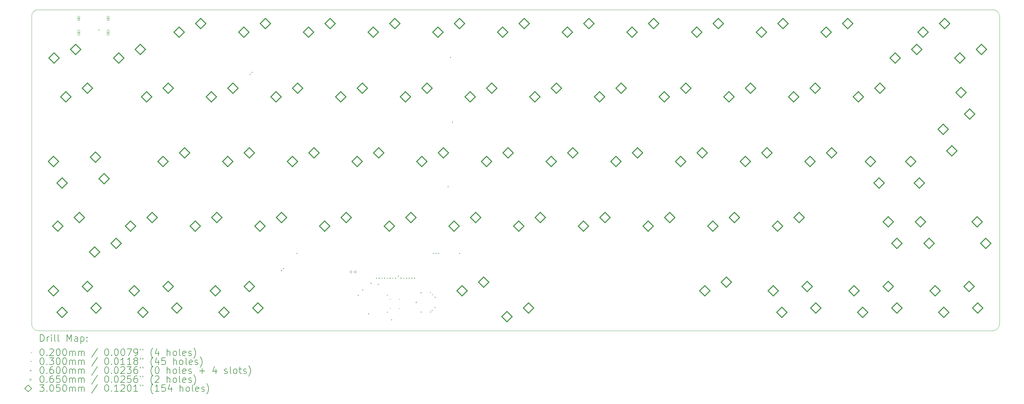
<source format=gbr>
%TF.GenerationSoftware,KiCad,Pcbnew,8.0.6*%
%TF.CreationDate,2024-12-05T21:15:47+08:00*%
%TF.ProjectId,PH60_Rev2,50483630-5f52-4657-9632-2e6b69636164,rev?*%
%TF.SameCoordinates,Original*%
%TF.FileFunction,Drillmap*%
%TF.FilePolarity,Positive*%
%FSLAX45Y45*%
G04 Gerber Fmt 4.5, Leading zero omitted, Abs format (unit mm)*
G04 Created by KiCad (PCBNEW 8.0.6) date 2024-12-05 21:15:47*
%MOMM*%
%LPD*%
G01*
G04 APERTURE LIST*
%ADD10C,0.050000*%
%ADD11C,0.200000*%
%ADD12C,0.100000*%
%ADD13C,0.305000*%
G04 APERTURE END LIST*
D10*
X31195000Y-12350000D02*
X3095000Y-12350000D01*
X2895000Y-3090000D02*
G75*
G02*
X3095000Y-2890000I200000J0D01*
G01*
X3095000Y-12350000D02*
G75*
G02*
X2895000Y-12150000I0J200000D01*
G01*
X31195000Y-2890000D02*
G75*
G02*
X31395000Y-3090000I0J-200000D01*
G01*
X3095000Y-2890000D02*
X31195000Y-2890000D01*
X31395000Y-3090000D02*
X31395000Y-12150000D01*
X2895000Y-12150000D02*
X2895000Y-3090000D01*
X31395000Y-12150000D02*
G75*
G02*
X31195000Y-12350000I-200000J0D01*
G01*
D11*
D12*
X13445000Y-11410000D02*
X13465000Y-11430000D01*
X13465000Y-11410000D02*
X13445000Y-11430000D01*
X13445000Y-11680000D02*
X13465000Y-11700000D01*
X13465000Y-11680000D02*
X13445000Y-11700000D01*
X13715000Y-11410000D02*
X13735000Y-11430000D01*
X13735000Y-11410000D02*
X13715000Y-11430000D01*
X13715000Y-11680000D02*
X13735000Y-11700000D01*
X13735000Y-11680000D02*
X13715000Y-11700000D01*
X4891470Y-3493000D02*
G75*
G02*
X4861470Y-3493000I-15000J0D01*
G01*
X4861470Y-3493000D02*
G75*
G02*
X4891470Y-3493000I15000J0D01*
G01*
X9342448Y-4797552D02*
G75*
G02*
X9312448Y-4797552I-15000J0D01*
G01*
X9312448Y-4797552D02*
G75*
G02*
X9342448Y-4797552I15000J0D01*
G01*
X9402552Y-4737448D02*
G75*
G02*
X9372552Y-4737448I-15000J0D01*
G01*
X9372552Y-4737448D02*
G75*
G02*
X9402552Y-4737448I15000J0D01*
G01*
X10264948Y-10577552D02*
G75*
G02*
X10234948Y-10577552I-15000J0D01*
G01*
X10234948Y-10577552D02*
G75*
G02*
X10264948Y-10577552I15000J0D01*
G01*
X10325052Y-10517448D02*
G75*
G02*
X10295052Y-10517448I-15000J0D01*
G01*
X10295052Y-10517448D02*
G75*
G02*
X10325052Y-10517448I15000J0D01*
G01*
X10724985Y-10073000D02*
G75*
G02*
X10694985Y-10073000I-15000J0D01*
G01*
X10694985Y-10073000D02*
G75*
G02*
X10724985Y-10073000I15000J0D01*
G01*
X12527500Y-11308576D02*
G75*
G02*
X12497500Y-11308576I-15000J0D01*
G01*
X12497500Y-11308576D02*
G75*
G02*
X12527500Y-11308576I15000J0D01*
G01*
X12658750Y-11150000D02*
G75*
G02*
X12628750Y-11150000I-15000J0D01*
G01*
X12628750Y-11150000D02*
G75*
G02*
X12658750Y-11150000I15000J0D01*
G01*
X12832000Y-11855000D02*
G75*
G02*
X12802000Y-11855000I-15000J0D01*
G01*
X12802000Y-11855000D02*
G75*
G02*
X12832000Y-11855000I15000J0D01*
G01*
X12905000Y-10954000D02*
G75*
G02*
X12875000Y-10954000I-15000J0D01*
G01*
X12875000Y-10954000D02*
G75*
G02*
X12905000Y-10954000I15000J0D01*
G01*
X13064000Y-10805000D02*
G75*
G02*
X13034000Y-10805000I-15000J0D01*
G01*
X13034000Y-10805000D02*
G75*
G02*
X13064000Y-10805000I15000J0D01*
G01*
X13114500Y-10985000D02*
G75*
G02*
X13084500Y-10985000I-15000J0D01*
G01*
X13084500Y-10985000D02*
G75*
G02*
X13114500Y-10985000I15000J0D01*
G01*
X13144000Y-10805000D02*
G75*
G02*
X13114000Y-10805000I-15000J0D01*
G01*
X13114000Y-10805000D02*
G75*
G02*
X13144000Y-10805000I15000J0D01*
G01*
X13224000Y-10805000D02*
G75*
G02*
X13194000Y-10805000I-15000J0D01*
G01*
X13194000Y-10805000D02*
G75*
G02*
X13224000Y-10805000I15000J0D01*
G01*
X13304000Y-10805000D02*
G75*
G02*
X13274000Y-10805000I-15000J0D01*
G01*
X13274000Y-10805000D02*
G75*
G02*
X13304000Y-10805000I15000J0D01*
G01*
X13384000Y-10805000D02*
G75*
G02*
X13354000Y-10805000I-15000J0D01*
G01*
X13354000Y-10805000D02*
G75*
G02*
X13384000Y-10805000I15000J0D01*
G01*
X13385364Y-11305000D02*
G75*
G02*
X13355364Y-11305000I-15000J0D01*
G01*
X13355364Y-11305000D02*
G75*
G02*
X13385364Y-11305000I15000J0D01*
G01*
X13385364Y-11805000D02*
G75*
G02*
X13355364Y-11805000I-15000J0D01*
G01*
X13355364Y-11805000D02*
G75*
G02*
X13385364Y-11805000I15000J0D01*
G01*
X13464000Y-10805000D02*
G75*
G02*
X13434000Y-10805000I-15000J0D01*
G01*
X13434000Y-10805000D02*
G75*
G02*
X13464000Y-10805000I15000J0D01*
G01*
X13509000Y-12025000D02*
G75*
G02*
X13479000Y-12025000I-15000J0D01*
G01*
X13479000Y-12025000D02*
G75*
G02*
X13509000Y-12025000I15000J0D01*
G01*
X13544000Y-10805000D02*
G75*
G02*
X13514000Y-10805000I-15000J0D01*
G01*
X13514000Y-10805000D02*
G75*
G02*
X13544000Y-10805000I15000J0D01*
G01*
X13624000Y-10805000D02*
G75*
G02*
X13594000Y-10805000I-15000J0D01*
G01*
X13594000Y-10805000D02*
G75*
G02*
X13624000Y-10805000I15000J0D01*
G01*
X13705000Y-10742000D02*
G75*
G02*
X13675000Y-10742000I-15000J0D01*
G01*
X13675000Y-10742000D02*
G75*
G02*
X13705000Y-10742000I15000J0D01*
G01*
X13786000Y-10805000D02*
G75*
G02*
X13756000Y-10805000I-15000J0D01*
G01*
X13756000Y-10805000D02*
G75*
G02*
X13786000Y-10805000I15000J0D01*
G01*
X13866000Y-10805000D02*
G75*
G02*
X13836000Y-10805000I-15000J0D01*
G01*
X13836000Y-10805000D02*
G75*
G02*
X13866000Y-10805000I15000J0D01*
G01*
X13946000Y-10805000D02*
G75*
G02*
X13916000Y-10805000I-15000J0D01*
G01*
X13916000Y-10805000D02*
G75*
G02*
X13946000Y-10805000I15000J0D01*
G01*
X14026000Y-10805000D02*
G75*
G02*
X13996000Y-10805000I-15000J0D01*
G01*
X13996000Y-10805000D02*
G75*
G02*
X14026000Y-10805000I15000J0D01*
G01*
X14106000Y-10805000D02*
G75*
G02*
X14076000Y-10805000I-15000J0D01*
G01*
X14076000Y-10805000D02*
G75*
G02*
X14106000Y-10805000I15000J0D01*
G01*
X14186000Y-10805000D02*
G75*
G02*
X14156000Y-10805000I-15000J0D01*
G01*
X14156000Y-10805000D02*
G75*
G02*
X14186000Y-10805000I15000J0D01*
G01*
X14235466Y-11515000D02*
G75*
G02*
X14205466Y-11515000I-15000J0D01*
G01*
X14205466Y-11515000D02*
G75*
G02*
X14235466Y-11515000I15000J0D01*
G01*
X14380045Y-11229000D02*
G75*
G02*
X14350045Y-11229000I-15000J0D01*
G01*
X14350045Y-11229000D02*
G75*
G02*
X14380045Y-11229000I15000J0D01*
G01*
X14381045Y-11802000D02*
G75*
G02*
X14351045Y-11802000I-15000J0D01*
G01*
X14351045Y-11802000D02*
G75*
G02*
X14381045Y-11802000I15000J0D01*
G01*
X14654613Y-11229000D02*
G75*
G02*
X14624613Y-11229000I-15000J0D01*
G01*
X14624613Y-11229000D02*
G75*
G02*
X14654613Y-11229000I15000J0D01*
G01*
X14654613Y-11802000D02*
G75*
G02*
X14624613Y-11802000I-15000J0D01*
G01*
X14624613Y-11802000D02*
G75*
G02*
X14654613Y-11802000I15000J0D01*
G01*
X14703307Y-11753307D02*
G75*
G02*
X14673307Y-11753307I-15000J0D01*
G01*
X14673307Y-11753307D02*
G75*
G02*
X14703307Y-11753307I15000J0D01*
G01*
X14714057Y-11288443D02*
G75*
G02*
X14684057Y-11288443I-15000J0D01*
G01*
X14684057Y-11288443D02*
G75*
G02*
X14714057Y-11288443I15000J0D01*
G01*
X14740999Y-10073000D02*
G75*
G02*
X14710999Y-10073000I-15000J0D01*
G01*
X14710999Y-10073000D02*
G75*
G02*
X14740999Y-10073000I15000J0D01*
G01*
X14788307Y-11668307D02*
G75*
G02*
X14758307Y-11668307I-15000J0D01*
G01*
X14758307Y-11668307D02*
G75*
G02*
X14788307Y-11668307I15000J0D01*
G01*
X14792807Y-11367193D02*
G75*
G02*
X14762807Y-11367193I-15000J0D01*
G01*
X14762807Y-11367193D02*
G75*
G02*
X14792807Y-11367193I15000J0D01*
G01*
X14821000Y-10073000D02*
G75*
G02*
X14791000Y-10073000I-15000J0D01*
G01*
X14791000Y-10073000D02*
G75*
G02*
X14821000Y-10073000I15000J0D01*
G01*
X14901000Y-10073000D02*
G75*
G02*
X14871000Y-10073000I-15000J0D01*
G01*
X14871000Y-10073000D02*
G75*
G02*
X14901000Y-10073000I15000J0D01*
G01*
X15172500Y-8108000D02*
G75*
G02*
X15142500Y-8108000I-15000J0D01*
G01*
X15142500Y-8108000D02*
G75*
G02*
X15172500Y-8108000I15000J0D01*
G01*
X15242500Y-4298000D02*
G75*
G02*
X15212500Y-4298000I-15000J0D01*
G01*
X15212500Y-4298000D02*
G75*
G02*
X15242500Y-4298000I15000J0D01*
G01*
X15302750Y-6203000D02*
G75*
G02*
X15272750Y-6203000I-15000J0D01*
G01*
X15272750Y-6203000D02*
G75*
G02*
X15302750Y-6203000I15000J0D01*
G01*
X15515000Y-10073000D02*
G75*
G02*
X15485000Y-10073000I-15000J0D01*
G01*
X15485000Y-10073000D02*
G75*
G02*
X15515000Y-10073000I15000J0D01*
G01*
X4283000Y-3120000D02*
X4283000Y-3180000D01*
X4253000Y-3150000D02*
X4313000Y-3150000D01*
X4253000Y-3110000D02*
X4253000Y-3190000D01*
X4313000Y-3190000D02*
G75*
G02*
X4253000Y-3190000I-30000J0D01*
G01*
X4313000Y-3190000D02*
X4313000Y-3110000D01*
X4313000Y-3110000D02*
G75*
G03*
X4253000Y-3110000I-30000J0D01*
G01*
X4283000Y-3538000D02*
X4283000Y-3598000D01*
X4253000Y-3568000D02*
X4313000Y-3568000D01*
X4253000Y-3513000D02*
X4253000Y-3623000D01*
X4313000Y-3623000D02*
G75*
G02*
X4253000Y-3623000I-30000J0D01*
G01*
X4313000Y-3623000D02*
X4313000Y-3513000D01*
X4313000Y-3513000D02*
G75*
G03*
X4253000Y-3513000I-30000J0D01*
G01*
X5147000Y-3120000D02*
X5147000Y-3180000D01*
X5117000Y-3150000D02*
X5177000Y-3150000D01*
X5117000Y-3110000D02*
X5117000Y-3190000D01*
X5177000Y-3190000D02*
G75*
G02*
X5117000Y-3190000I-30000J0D01*
G01*
X5177000Y-3190000D02*
X5177000Y-3110000D01*
X5177000Y-3110000D02*
G75*
G03*
X5117000Y-3110000I-30000J0D01*
G01*
X5147000Y-3538000D02*
X5147000Y-3598000D01*
X5117000Y-3568000D02*
X5177000Y-3568000D01*
X5117000Y-3513000D02*
X5117000Y-3623000D01*
X5177000Y-3623000D02*
G75*
G02*
X5117000Y-3623000I-30000J0D01*
G01*
X5177000Y-3623000D02*
X5177000Y-3513000D01*
X5177000Y-3513000D02*
G75*
G03*
X5117000Y-3513000I-30000J0D01*
G01*
X12318481Y-10637981D02*
X12318481Y-10592019D01*
X12272519Y-10592019D01*
X12272519Y-10637981D01*
X12318481Y-10637981D01*
X12445481Y-10637981D02*
X12445481Y-10592019D01*
X12399519Y-10592019D01*
X12399519Y-10637981D01*
X12445481Y-10637981D01*
D13*
X3540125Y-7518500D02*
X3692625Y-7366000D01*
X3540125Y-7213500D01*
X3387625Y-7366000D01*
X3540125Y-7518500D01*
X3540125Y-11328500D02*
X3692625Y-11176000D01*
X3540125Y-11023500D01*
X3387625Y-11176000D01*
X3540125Y-11328500D01*
X3556000Y-4470500D02*
X3708500Y-4318000D01*
X3556000Y-4165500D01*
X3403500Y-4318000D01*
X3556000Y-4470500D01*
X3667125Y-9423500D02*
X3819625Y-9271000D01*
X3667125Y-9118500D01*
X3514625Y-9271000D01*
X3667125Y-9423500D01*
X3794125Y-8153500D02*
X3946625Y-8001000D01*
X3794125Y-7848500D01*
X3641625Y-8001000D01*
X3794125Y-8153500D01*
X3794125Y-11963500D02*
X3946625Y-11811000D01*
X3794125Y-11658500D01*
X3641625Y-11811000D01*
X3794125Y-11963500D01*
X3905250Y-5613500D02*
X4057750Y-5461000D01*
X3905250Y-5308500D01*
X3752750Y-5461000D01*
X3905250Y-5613500D01*
X4191000Y-4216500D02*
X4343500Y-4064000D01*
X4191000Y-3911500D01*
X4038500Y-4064000D01*
X4191000Y-4216500D01*
X4302125Y-9169500D02*
X4454625Y-9017000D01*
X4302125Y-8864500D01*
X4149625Y-9017000D01*
X4302125Y-9169500D01*
X4540250Y-5359500D02*
X4692750Y-5207000D01*
X4540250Y-5054500D01*
X4387750Y-5207000D01*
X4540250Y-5359500D01*
X4540250Y-11201500D02*
X4692750Y-11049000D01*
X4540250Y-10896500D01*
X4387750Y-11049000D01*
X4540250Y-11201500D01*
X4746625Y-10185500D02*
X4899125Y-10033000D01*
X4746625Y-9880500D01*
X4594125Y-10033000D01*
X4746625Y-10185500D01*
X4778375Y-7391500D02*
X4930875Y-7239000D01*
X4778375Y-7086500D01*
X4625875Y-7239000D01*
X4778375Y-7391500D01*
X4794250Y-11836500D02*
X4946750Y-11684000D01*
X4794250Y-11531500D01*
X4641750Y-11684000D01*
X4794250Y-11836500D01*
X5032375Y-8026500D02*
X5184875Y-7874000D01*
X5032375Y-7721500D01*
X4879875Y-7874000D01*
X5032375Y-8026500D01*
X5381625Y-9931500D02*
X5534125Y-9779000D01*
X5381625Y-9626500D01*
X5229125Y-9779000D01*
X5381625Y-9931500D01*
X5461000Y-4470500D02*
X5613500Y-4318000D01*
X5461000Y-4165500D01*
X5308500Y-4318000D01*
X5461000Y-4470500D01*
X5810250Y-9423500D02*
X5962750Y-9271000D01*
X5810250Y-9118500D01*
X5657750Y-9271000D01*
X5810250Y-9423500D01*
X5921375Y-11328500D02*
X6073875Y-11176000D01*
X5921375Y-11023500D01*
X5768875Y-11176000D01*
X5921375Y-11328500D01*
X6096000Y-4216500D02*
X6248500Y-4064000D01*
X6096000Y-3911500D01*
X5943500Y-4064000D01*
X6096000Y-4216500D01*
X6175375Y-11963500D02*
X6327875Y-11811000D01*
X6175375Y-11658500D01*
X6022875Y-11811000D01*
X6175375Y-11963500D01*
X6286500Y-5613500D02*
X6439000Y-5461000D01*
X6286500Y-5308500D01*
X6134000Y-5461000D01*
X6286500Y-5613500D01*
X6445250Y-9169500D02*
X6597750Y-9017000D01*
X6445250Y-8864500D01*
X6292750Y-9017000D01*
X6445250Y-9169500D01*
X6762750Y-7518500D02*
X6915250Y-7366000D01*
X6762750Y-7213500D01*
X6610250Y-7366000D01*
X6762750Y-7518500D01*
X6921500Y-5359500D02*
X7074000Y-5207000D01*
X6921500Y-5054500D01*
X6769000Y-5207000D01*
X6921500Y-5359500D01*
X6921500Y-11201500D02*
X7074000Y-11049000D01*
X6921500Y-10896500D01*
X6769000Y-11049000D01*
X6921500Y-11201500D01*
X7175500Y-11836500D02*
X7328000Y-11684000D01*
X7175500Y-11531500D01*
X7023000Y-11684000D01*
X7175500Y-11836500D01*
X7239000Y-3708500D02*
X7391500Y-3556000D01*
X7239000Y-3403500D01*
X7086500Y-3556000D01*
X7239000Y-3708500D01*
X7397750Y-7264500D02*
X7550250Y-7112000D01*
X7397750Y-6959500D01*
X7245250Y-7112000D01*
X7397750Y-7264500D01*
X7715250Y-9423500D02*
X7867750Y-9271000D01*
X7715250Y-9118500D01*
X7562750Y-9271000D01*
X7715250Y-9423500D01*
X7874000Y-3454500D02*
X8026500Y-3302000D01*
X7874000Y-3149500D01*
X7721500Y-3302000D01*
X7874000Y-3454500D01*
X8191500Y-5613500D02*
X8344000Y-5461000D01*
X8191500Y-5308500D01*
X8039000Y-5461000D01*
X8191500Y-5613500D01*
X8302625Y-11328500D02*
X8455125Y-11176000D01*
X8302625Y-11023500D01*
X8150125Y-11176000D01*
X8302625Y-11328500D01*
X8350250Y-9169500D02*
X8502750Y-9017000D01*
X8350250Y-8864500D01*
X8197750Y-9017000D01*
X8350250Y-9169500D01*
X8556625Y-11963500D02*
X8709125Y-11811000D01*
X8556625Y-11658500D01*
X8404125Y-11811000D01*
X8556625Y-11963500D01*
X8667750Y-7518500D02*
X8820250Y-7366000D01*
X8667750Y-7213500D01*
X8515250Y-7366000D01*
X8667750Y-7518500D01*
X8826500Y-5359500D02*
X8979000Y-5207000D01*
X8826500Y-5054500D01*
X8674000Y-5207000D01*
X8826500Y-5359500D01*
X9144000Y-3708500D02*
X9296500Y-3556000D01*
X9144000Y-3403500D01*
X8991500Y-3556000D01*
X9144000Y-3708500D01*
X9302750Y-7264500D02*
X9455250Y-7112000D01*
X9302750Y-6959500D01*
X9150250Y-7112000D01*
X9302750Y-7264500D01*
X9302750Y-11201500D02*
X9455250Y-11049000D01*
X9302750Y-10896500D01*
X9150250Y-11049000D01*
X9302750Y-11201500D01*
X9556750Y-11836500D02*
X9709250Y-11684000D01*
X9556750Y-11531500D01*
X9404250Y-11684000D01*
X9556750Y-11836500D01*
X9620250Y-9423500D02*
X9772750Y-9271000D01*
X9620250Y-9118500D01*
X9467750Y-9271000D01*
X9620250Y-9423500D01*
X9779000Y-3454500D02*
X9931500Y-3302000D01*
X9779000Y-3149500D01*
X9626500Y-3302000D01*
X9779000Y-3454500D01*
X10096500Y-5613500D02*
X10249000Y-5461000D01*
X10096500Y-5308500D01*
X9944000Y-5461000D01*
X10096500Y-5613500D01*
X10255250Y-9169500D02*
X10407750Y-9017000D01*
X10255250Y-8864500D01*
X10102750Y-9017000D01*
X10255250Y-9169500D01*
X10572750Y-7518500D02*
X10725250Y-7366000D01*
X10572750Y-7213500D01*
X10420250Y-7366000D01*
X10572750Y-7518500D01*
X10731500Y-5359500D02*
X10884000Y-5207000D01*
X10731500Y-5054500D01*
X10579000Y-5207000D01*
X10731500Y-5359500D01*
X11049000Y-3708500D02*
X11201500Y-3556000D01*
X11049000Y-3403500D01*
X10896500Y-3556000D01*
X11049000Y-3708500D01*
X11207750Y-7264500D02*
X11360250Y-7112000D01*
X11207750Y-6959500D01*
X11055250Y-7112000D01*
X11207750Y-7264500D01*
X11525250Y-9423500D02*
X11677750Y-9271000D01*
X11525250Y-9118500D01*
X11372750Y-9271000D01*
X11525250Y-9423500D01*
X11684000Y-3454500D02*
X11836500Y-3302000D01*
X11684000Y-3149500D01*
X11531500Y-3302000D01*
X11684000Y-3454500D01*
X12001500Y-5613500D02*
X12154000Y-5461000D01*
X12001500Y-5308500D01*
X11849000Y-5461000D01*
X12001500Y-5613500D01*
X12160250Y-9169500D02*
X12312750Y-9017000D01*
X12160250Y-8864500D01*
X12007750Y-9017000D01*
X12160250Y-9169500D01*
X12477750Y-7518500D02*
X12630250Y-7366000D01*
X12477750Y-7213500D01*
X12325250Y-7366000D01*
X12477750Y-7518500D01*
X12636500Y-5359500D02*
X12789000Y-5207000D01*
X12636500Y-5054500D01*
X12484000Y-5207000D01*
X12636500Y-5359500D01*
X12954000Y-3708500D02*
X13106500Y-3556000D01*
X12954000Y-3403500D01*
X12801500Y-3556000D01*
X12954000Y-3708500D01*
X13112750Y-7264500D02*
X13265250Y-7112000D01*
X13112750Y-6959500D01*
X12960250Y-7112000D01*
X13112750Y-7264500D01*
X13430250Y-9423500D02*
X13582750Y-9271000D01*
X13430250Y-9118500D01*
X13277750Y-9271000D01*
X13430250Y-9423500D01*
X13589000Y-3454500D02*
X13741500Y-3302000D01*
X13589000Y-3149500D01*
X13436500Y-3302000D01*
X13589000Y-3454500D01*
X13906500Y-5613500D02*
X14059000Y-5461000D01*
X13906500Y-5308500D01*
X13754000Y-5461000D01*
X13906500Y-5613500D01*
X14065250Y-9169500D02*
X14217750Y-9017000D01*
X14065250Y-8864500D01*
X13912750Y-9017000D01*
X14065250Y-9169500D01*
X14382750Y-7518500D02*
X14535250Y-7366000D01*
X14382750Y-7213500D01*
X14230250Y-7366000D01*
X14382750Y-7518500D01*
X14541500Y-5359500D02*
X14694000Y-5207000D01*
X14541500Y-5054500D01*
X14389000Y-5207000D01*
X14541500Y-5359500D01*
X14859000Y-3708500D02*
X15011500Y-3556000D01*
X14859000Y-3403500D01*
X14706500Y-3556000D01*
X14859000Y-3708500D01*
X15017750Y-7264500D02*
X15170250Y-7112000D01*
X15017750Y-6959500D01*
X14865250Y-7112000D01*
X15017750Y-7264500D01*
X15335250Y-9423500D02*
X15487750Y-9271000D01*
X15335250Y-9118500D01*
X15182750Y-9271000D01*
X15335250Y-9423500D01*
X15494000Y-3454500D02*
X15646500Y-3302000D01*
X15494000Y-3149500D01*
X15341500Y-3302000D01*
X15494000Y-3454500D01*
X15573375Y-11328500D02*
X15725875Y-11176000D01*
X15573375Y-11023500D01*
X15420875Y-11176000D01*
X15573375Y-11328500D01*
X15811500Y-5613500D02*
X15964000Y-5461000D01*
X15811500Y-5308500D01*
X15659000Y-5461000D01*
X15811500Y-5613500D01*
X15970250Y-9169500D02*
X16122750Y-9017000D01*
X15970250Y-8864500D01*
X15817750Y-9017000D01*
X15970250Y-9169500D01*
X16208375Y-11074500D02*
X16360875Y-10922000D01*
X16208375Y-10769500D01*
X16055875Y-10922000D01*
X16208375Y-11074500D01*
X16287750Y-7518500D02*
X16440250Y-7366000D01*
X16287750Y-7213500D01*
X16135250Y-7366000D01*
X16287750Y-7518500D01*
X16446500Y-5359500D02*
X16599000Y-5207000D01*
X16446500Y-5054500D01*
X16294000Y-5207000D01*
X16446500Y-5359500D01*
X16764000Y-3708500D02*
X16916500Y-3556000D01*
X16764000Y-3403500D01*
X16611500Y-3556000D01*
X16764000Y-3708500D01*
X16891000Y-12090500D02*
X17043500Y-11938000D01*
X16891000Y-11785500D01*
X16738500Y-11938000D01*
X16891000Y-12090500D01*
X16922750Y-7264500D02*
X17075250Y-7112000D01*
X16922750Y-6959500D01*
X16770250Y-7112000D01*
X16922750Y-7264500D01*
X17240250Y-9423500D02*
X17392750Y-9271000D01*
X17240250Y-9118500D01*
X17087750Y-9271000D01*
X17240250Y-9423500D01*
X17399000Y-3454500D02*
X17551500Y-3302000D01*
X17399000Y-3149500D01*
X17246500Y-3302000D01*
X17399000Y-3454500D01*
X17526000Y-11836500D02*
X17678500Y-11684000D01*
X17526000Y-11531500D01*
X17373500Y-11684000D01*
X17526000Y-11836500D01*
X17716500Y-5613500D02*
X17869000Y-5461000D01*
X17716500Y-5308500D01*
X17564000Y-5461000D01*
X17716500Y-5613500D01*
X17875250Y-9169500D02*
X18027750Y-9017000D01*
X17875250Y-8864500D01*
X17722750Y-9017000D01*
X17875250Y-9169500D01*
X18192750Y-7518500D02*
X18345250Y-7366000D01*
X18192750Y-7213500D01*
X18040250Y-7366000D01*
X18192750Y-7518500D01*
X18351500Y-5359500D02*
X18504000Y-5207000D01*
X18351500Y-5054500D01*
X18199000Y-5207000D01*
X18351500Y-5359500D01*
X18669000Y-3708500D02*
X18821500Y-3556000D01*
X18669000Y-3403500D01*
X18516500Y-3556000D01*
X18669000Y-3708500D01*
X18827750Y-7264500D02*
X18980250Y-7112000D01*
X18827750Y-6959500D01*
X18675250Y-7112000D01*
X18827750Y-7264500D01*
X19145250Y-9423500D02*
X19297750Y-9271000D01*
X19145250Y-9118500D01*
X18992750Y-9271000D01*
X19145250Y-9423500D01*
X19304000Y-3454500D02*
X19456500Y-3302000D01*
X19304000Y-3149500D01*
X19151500Y-3302000D01*
X19304000Y-3454500D01*
X19621500Y-5613500D02*
X19774000Y-5461000D01*
X19621500Y-5308500D01*
X19469000Y-5461000D01*
X19621500Y-5613500D01*
X19780250Y-9169500D02*
X19932750Y-9017000D01*
X19780250Y-8864500D01*
X19627750Y-9017000D01*
X19780250Y-9169500D01*
X20097750Y-7518500D02*
X20250250Y-7366000D01*
X20097750Y-7213500D01*
X19945250Y-7366000D01*
X20097750Y-7518500D01*
X20256500Y-5359500D02*
X20409000Y-5207000D01*
X20256500Y-5054500D01*
X20104000Y-5207000D01*
X20256500Y-5359500D01*
X20574000Y-3708500D02*
X20726500Y-3556000D01*
X20574000Y-3403500D01*
X20421500Y-3556000D01*
X20574000Y-3708500D01*
X20732750Y-7264500D02*
X20885250Y-7112000D01*
X20732750Y-6959500D01*
X20580250Y-7112000D01*
X20732750Y-7264500D01*
X21050250Y-9423500D02*
X21202750Y-9271000D01*
X21050250Y-9118500D01*
X20897750Y-9271000D01*
X21050250Y-9423500D01*
X21209000Y-3454500D02*
X21361500Y-3302000D01*
X21209000Y-3149500D01*
X21056500Y-3302000D01*
X21209000Y-3454500D01*
X21526500Y-5613500D02*
X21679000Y-5461000D01*
X21526500Y-5308500D01*
X21374000Y-5461000D01*
X21526500Y-5613500D01*
X21685250Y-9169500D02*
X21837750Y-9017000D01*
X21685250Y-8864500D01*
X21532750Y-9017000D01*
X21685250Y-9169500D01*
X22002750Y-7518500D02*
X22155250Y-7366000D01*
X22002750Y-7213500D01*
X21850250Y-7366000D01*
X22002750Y-7518500D01*
X22161500Y-5359500D02*
X22314000Y-5207000D01*
X22161500Y-5054500D01*
X22009000Y-5207000D01*
X22161500Y-5359500D01*
X22479000Y-3708500D02*
X22631500Y-3556000D01*
X22479000Y-3403500D01*
X22326500Y-3556000D01*
X22479000Y-3708500D01*
X22637750Y-7264500D02*
X22790250Y-7112000D01*
X22637750Y-6959500D01*
X22485250Y-7112000D01*
X22637750Y-7264500D01*
X22717125Y-11328500D02*
X22869625Y-11176000D01*
X22717125Y-11023500D01*
X22564625Y-11176000D01*
X22717125Y-11328500D01*
X22955250Y-9423500D02*
X23107750Y-9271000D01*
X22955250Y-9118500D01*
X22802750Y-9271000D01*
X22955250Y-9423500D01*
X23114000Y-3454500D02*
X23266500Y-3302000D01*
X23114000Y-3149500D01*
X22961500Y-3302000D01*
X23114000Y-3454500D01*
X23352125Y-11074500D02*
X23504625Y-10922000D01*
X23352125Y-10769500D01*
X23199625Y-10922000D01*
X23352125Y-11074500D01*
X23431500Y-5613500D02*
X23584000Y-5461000D01*
X23431500Y-5308500D01*
X23279000Y-5461000D01*
X23431500Y-5613500D01*
X23590250Y-9169500D02*
X23742750Y-9017000D01*
X23590250Y-8864500D01*
X23437750Y-9017000D01*
X23590250Y-9169500D01*
X23907750Y-7518500D02*
X24060250Y-7366000D01*
X23907750Y-7213500D01*
X23755250Y-7366000D01*
X23907750Y-7518500D01*
X24066500Y-5359500D02*
X24219000Y-5207000D01*
X24066500Y-5054500D01*
X23914000Y-5207000D01*
X24066500Y-5359500D01*
X24384000Y-3708500D02*
X24536500Y-3556000D01*
X24384000Y-3403500D01*
X24231500Y-3556000D01*
X24384000Y-3708500D01*
X24542750Y-7264500D02*
X24695250Y-7112000D01*
X24542750Y-6959500D01*
X24390250Y-7112000D01*
X24542750Y-7264500D01*
X24733250Y-11328500D02*
X24885750Y-11176000D01*
X24733250Y-11023500D01*
X24580750Y-11176000D01*
X24733250Y-11328500D01*
X24860250Y-9423500D02*
X25012750Y-9271000D01*
X24860250Y-9118500D01*
X24707750Y-9271000D01*
X24860250Y-9423500D01*
X24987250Y-11963500D02*
X25139750Y-11811000D01*
X24987250Y-11658500D01*
X24834750Y-11811000D01*
X24987250Y-11963500D01*
X25019000Y-3454500D02*
X25171500Y-3302000D01*
X25019000Y-3149500D01*
X24866500Y-3302000D01*
X25019000Y-3454500D01*
X25336500Y-5613500D02*
X25489000Y-5461000D01*
X25336500Y-5308500D01*
X25184000Y-5461000D01*
X25336500Y-5613500D01*
X25495250Y-9169500D02*
X25647750Y-9017000D01*
X25495250Y-8864500D01*
X25342750Y-9017000D01*
X25495250Y-9169500D01*
X25733375Y-11201500D02*
X25885875Y-11049000D01*
X25733375Y-10896500D01*
X25580875Y-11049000D01*
X25733375Y-11201500D01*
X25812750Y-7518500D02*
X25965250Y-7366000D01*
X25812750Y-7213500D01*
X25660250Y-7366000D01*
X25812750Y-7518500D01*
X25971500Y-5359500D02*
X26124000Y-5207000D01*
X25971500Y-5054500D01*
X25819000Y-5207000D01*
X25971500Y-5359500D01*
X25987375Y-11836500D02*
X26139875Y-11684000D01*
X25987375Y-11531500D01*
X25834875Y-11684000D01*
X25987375Y-11836500D01*
X26289000Y-3708500D02*
X26441500Y-3556000D01*
X26289000Y-3403500D01*
X26136500Y-3556000D01*
X26289000Y-3708500D01*
X26447750Y-7264500D02*
X26600250Y-7112000D01*
X26447750Y-6959500D01*
X26295250Y-7112000D01*
X26447750Y-7264500D01*
X26924000Y-3454500D02*
X27076500Y-3302000D01*
X26924000Y-3149500D01*
X26771500Y-3302000D01*
X26924000Y-3454500D01*
X27114500Y-11328500D02*
X27267000Y-11176000D01*
X27114500Y-11023500D01*
X26962000Y-11176000D01*
X27114500Y-11328500D01*
X27241500Y-5613500D02*
X27394000Y-5461000D01*
X27241500Y-5308500D01*
X27089000Y-5461000D01*
X27241500Y-5613500D01*
X27368500Y-11963500D02*
X27521000Y-11811000D01*
X27368500Y-11658500D01*
X27216000Y-11811000D01*
X27368500Y-11963500D01*
X27590750Y-7518500D02*
X27743250Y-7366000D01*
X27590750Y-7213500D01*
X27438250Y-7366000D01*
X27590750Y-7518500D01*
X27844750Y-8153500D02*
X27997250Y-8001000D01*
X27844750Y-7848500D01*
X27692250Y-8001000D01*
X27844750Y-8153500D01*
X27876500Y-5359500D02*
X28029000Y-5207000D01*
X27876500Y-5054500D01*
X27724000Y-5207000D01*
X27876500Y-5359500D01*
X28114625Y-9296500D02*
X28267125Y-9144000D01*
X28114625Y-8991500D01*
X27962125Y-9144000D01*
X28114625Y-9296500D01*
X28114625Y-11201500D02*
X28267125Y-11049000D01*
X28114625Y-10896500D01*
X27962125Y-11049000D01*
X28114625Y-11201500D01*
X28321000Y-4470500D02*
X28473500Y-4318000D01*
X28321000Y-4165500D01*
X28168500Y-4318000D01*
X28321000Y-4470500D01*
X28368625Y-9931500D02*
X28521125Y-9779000D01*
X28368625Y-9626500D01*
X28216125Y-9779000D01*
X28368625Y-9931500D01*
X28368625Y-11836500D02*
X28521125Y-11684000D01*
X28368625Y-11531500D01*
X28216125Y-11684000D01*
X28368625Y-11836500D01*
X28781375Y-7518500D02*
X28933875Y-7366000D01*
X28781375Y-7213500D01*
X28628875Y-7366000D01*
X28781375Y-7518500D01*
X28956000Y-4216500D02*
X29108500Y-4064000D01*
X28956000Y-3911500D01*
X28803500Y-4064000D01*
X28956000Y-4216500D01*
X29035375Y-8153500D02*
X29187875Y-8001000D01*
X29035375Y-7848500D01*
X28882875Y-8001000D01*
X29035375Y-8153500D01*
X29067125Y-9296500D02*
X29219625Y-9144000D01*
X29067125Y-8991500D01*
X28914625Y-9144000D01*
X29067125Y-9296500D01*
X29146500Y-3708500D02*
X29299000Y-3556000D01*
X29146500Y-3403500D01*
X28994000Y-3556000D01*
X29146500Y-3708500D01*
X29321125Y-9931500D02*
X29473625Y-9779000D01*
X29321125Y-9626500D01*
X29168625Y-9779000D01*
X29321125Y-9931500D01*
X29495750Y-11328500D02*
X29648250Y-11176000D01*
X29495750Y-11023500D01*
X29343250Y-11176000D01*
X29495750Y-11328500D01*
X29733875Y-6566000D02*
X29886375Y-6413500D01*
X29733875Y-6261000D01*
X29581375Y-6413500D01*
X29733875Y-6566000D01*
X29749750Y-11963500D02*
X29902250Y-11811000D01*
X29749750Y-11658500D01*
X29597250Y-11811000D01*
X29749750Y-11963500D01*
X29781500Y-3454500D02*
X29934000Y-3302000D01*
X29781500Y-3149500D01*
X29629000Y-3302000D01*
X29781500Y-3454500D01*
X29987875Y-7201000D02*
X30140375Y-7048500D01*
X29987875Y-6896000D01*
X29835375Y-7048500D01*
X29987875Y-7201000D01*
X30226000Y-4470500D02*
X30378500Y-4318000D01*
X30226000Y-4165500D01*
X30073500Y-4318000D01*
X30226000Y-4470500D01*
X30257750Y-5486500D02*
X30410250Y-5334000D01*
X30257750Y-5181500D01*
X30105250Y-5334000D01*
X30257750Y-5486500D01*
X30495875Y-11201500D02*
X30648375Y-11049000D01*
X30495875Y-10896500D01*
X30343375Y-11049000D01*
X30495875Y-11201500D01*
X30511750Y-6121500D02*
X30664250Y-5969000D01*
X30511750Y-5816500D01*
X30359250Y-5969000D01*
X30511750Y-6121500D01*
X30734000Y-9296500D02*
X30886500Y-9144000D01*
X30734000Y-8991500D01*
X30581500Y-9144000D01*
X30734000Y-9296500D01*
X30749875Y-11836500D02*
X30902375Y-11684000D01*
X30749875Y-11531500D01*
X30597375Y-11684000D01*
X30749875Y-11836500D01*
X30861000Y-4216500D02*
X31013500Y-4064000D01*
X30861000Y-3911500D01*
X30708500Y-4064000D01*
X30861000Y-4216500D01*
X30988000Y-9931500D02*
X31140500Y-9779000D01*
X30988000Y-9626500D01*
X30835500Y-9779000D01*
X30988000Y-9931500D01*
D11*
X3153277Y-12663984D02*
X3153277Y-12463984D01*
X3153277Y-12463984D02*
X3200896Y-12463984D01*
X3200896Y-12463984D02*
X3229467Y-12473508D01*
X3229467Y-12473508D02*
X3248515Y-12492555D01*
X3248515Y-12492555D02*
X3258039Y-12511603D01*
X3258039Y-12511603D02*
X3267562Y-12549698D01*
X3267562Y-12549698D02*
X3267562Y-12578269D01*
X3267562Y-12578269D02*
X3258039Y-12616365D01*
X3258039Y-12616365D02*
X3248515Y-12635412D01*
X3248515Y-12635412D02*
X3229467Y-12654460D01*
X3229467Y-12654460D02*
X3200896Y-12663984D01*
X3200896Y-12663984D02*
X3153277Y-12663984D01*
X3353277Y-12663984D02*
X3353277Y-12530650D01*
X3353277Y-12568746D02*
X3362801Y-12549698D01*
X3362801Y-12549698D02*
X3372324Y-12540174D01*
X3372324Y-12540174D02*
X3391372Y-12530650D01*
X3391372Y-12530650D02*
X3410420Y-12530650D01*
X3477086Y-12663984D02*
X3477086Y-12530650D01*
X3477086Y-12463984D02*
X3467562Y-12473508D01*
X3467562Y-12473508D02*
X3477086Y-12483031D01*
X3477086Y-12483031D02*
X3486610Y-12473508D01*
X3486610Y-12473508D02*
X3477086Y-12463984D01*
X3477086Y-12463984D02*
X3477086Y-12483031D01*
X3600896Y-12663984D02*
X3581848Y-12654460D01*
X3581848Y-12654460D02*
X3572324Y-12635412D01*
X3572324Y-12635412D02*
X3572324Y-12463984D01*
X3705658Y-12663984D02*
X3686610Y-12654460D01*
X3686610Y-12654460D02*
X3677086Y-12635412D01*
X3677086Y-12635412D02*
X3677086Y-12463984D01*
X3934229Y-12663984D02*
X3934229Y-12463984D01*
X3934229Y-12463984D02*
X4000896Y-12606841D01*
X4000896Y-12606841D02*
X4067562Y-12463984D01*
X4067562Y-12463984D02*
X4067562Y-12663984D01*
X4248515Y-12663984D02*
X4248515Y-12559222D01*
X4248515Y-12559222D02*
X4238991Y-12540174D01*
X4238991Y-12540174D02*
X4219944Y-12530650D01*
X4219944Y-12530650D02*
X4181848Y-12530650D01*
X4181848Y-12530650D02*
X4162801Y-12540174D01*
X4248515Y-12654460D02*
X4229467Y-12663984D01*
X4229467Y-12663984D02*
X4181848Y-12663984D01*
X4181848Y-12663984D02*
X4162801Y-12654460D01*
X4162801Y-12654460D02*
X4153277Y-12635412D01*
X4153277Y-12635412D02*
X4153277Y-12616365D01*
X4153277Y-12616365D02*
X4162801Y-12597317D01*
X4162801Y-12597317D02*
X4181848Y-12587793D01*
X4181848Y-12587793D02*
X4229467Y-12587793D01*
X4229467Y-12587793D02*
X4248515Y-12578269D01*
X4343753Y-12530650D02*
X4343753Y-12730650D01*
X4343753Y-12540174D02*
X4362801Y-12530650D01*
X4362801Y-12530650D02*
X4400896Y-12530650D01*
X4400896Y-12530650D02*
X4419944Y-12540174D01*
X4419944Y-12540174D02*
X4429467Y-12549698D01*
X4429467Y-12549698D02*
X4438991Y-12568746D01*
X4438991Y-12568746D02*
X4438991Y-12625888D01*
X4438991Y-12625888D02*
X4429467Y-12644936D01*
X4429467Y-12644936D02*
X4419944Y-12654460D01*
X4419944Y-12654460D02*
X4400896Y-12663984D01*
X4400896Y-12663984D02*
X4362801Y-12663984D01*
X4362801Y-12663984D02*
X4343753Y-12654460D01*
X4524705Y-12644936D02*
X4534229Y-12654460D01*
X4534229Y-12654460D02*
X4524705Y-12663984D01*
X4524705Y-12663984D02*
X4515182Y-12654460D01*
X4515182Y-12654460D02*
X4524705Y-12644936D01*
X4524705Y-12644936D02*
X4524705Y-12663984D01*
X4524705Y-12540174D02*
X4534229Y-12549698D01*
X4534229Y-12549698D02*
X4524705Y-12559222D01*
X4524705Y-12559222D02*
X4515182Y-12549698D01*
X4515182Y-12549698D02*
X4524705Y-12540174D01*
X4524705Y-12540174D02*
X4524705Y-12559222D01*
D12*
X2872500Y-12982500D02*
X2892500Y-13002500D01*
X2892500Y-12982500D02*
X2872500Y-13002500D01*
D11*
X3191372Y-12883984D02*
X3210420Y-12883984D01*
X3210420Y-12883984D02*
X3229467Y-12893508D01*
X3229467Y-12893508D02*
X3238991Y-12903031D01*
X3238991Y-12903031D02*
X3248515Y-12922079D01*
X3248515Y-12922079D02*
X3258039Y-12960174D01*
X3258039Y-12960174D02*
X3258039Y-13007793D01*
X3258039Y-13007793D02*
X3248515Y-13045888D01*
X3248515Y-13045888D02*
X3238991Y-13064936D01*
X3238991Y-13064936D02*
X3229467Y-13074460D01*
X3229467Y-13074460D02*
X3210420Y-13083984D01*
X3210420Y-13083984D02*
X3191372Y-13083984D01*
X3191372Y-13083984D02*
X3172324Y-13074460D01*
X3172324Y-13074460D02*
X3162801Y-13064936D01*
X3162801Y-13064936D02*
X3153277Y-13045888D01*
X3153277Y-13045888D02*
X3143753Y-13007793D01*
X3143753Y-13007793D02*
X3143753Y-12960174D01*
X3143753Y-12960174D02*
X3153277Y-12922079D01*
X3153277Y-12922079D02*
X3162801Y-12903031D01*
X3162801Y-12903031D02*
X3172324Y-12893508D01*
X3172324Y-12893508D02*
X3191372Y-12883984D01*
X3343753Y-13064936D02*
X3353277Y-13074460D01*
X3353277Y-13074460D02*
X3343753Y-13083984D01*
X3343753Y-13083984D02*
X3334229Y-13074460D01*
X3334229Y-13074460D02*
X3343753Y-13064936D01*
X3343753Y-13064936D02*
X3343753Y-13083984D01*
X3429467Y-12903031D02*
X3438991Y-12893508D01*
X3438991Y-12893508D02*
X3458039Y-12883984D01*
X3458039Y-12883984D02*
X3505658Y-12883984D01*
X3505658Y-12883984D02*
X3524705Y-12893508D01*
X3524705Y-12893508D02*
X3534229Y-12903031D01*
X3534229Y-12903031D02*
X3543753Y-12922079D01*
X3543753Y-12922079D02*
X3543753Y-12941127D01*
X3543753Y-12941127D02*
X3534229Y-12969698D01*
X3534229Y-12969698D02*
X3419943Y-13083984D01*
X3419943Y-13083984D02*
X3543753Y-13083984D01*
X3667562Y-12883984D02*
X3686610Y-12883984D01*
X3686610Y-12883984D02*
X3705658Y-12893508D01*
X3705658Y-12893508D02*
X3715182Y-12903031D01*
X3715182Y-12903031D02*
X3724705Y-12922079D01*
X3724705Y-12922079D02*
X3734229Y-12960174D01*
X3734229Y-12960174D02*
X3734229Y-13007793D01*
X3734229Y-13007793D02*
X3724705Y-13045888D01*
X3724705Y-13045888D02*
X3715182Y-13064936D01*
X3715182Y-13064936D02*
X3705658Y-13074460D01*
X3705658Y-13074460D02*
X3686610Y-13083984D01*
X3686610Y-13083984D02*
X3667562Y-13083984D01*
X3667562Y-13083984D02*
X3648515Y-13074460D01*
X3648515Y-13074460D02*
X3638991Y-13064936D01*
X3638991Y-13064936D02*
X3629467Y-13045888D01*
X3629467Y-13045888D02*
X3619943Y-13007793D01*
X3619943Y-13007793D02*
X3619943Y-12960174D01*
X3619943Y-12960174D02*
X3629467Y-12922079D01*
X3629467Y-12922079D02*
X3638991Y-12903031D01*
X3638991Y-12903031D02*
X3648515Y-12893508D01*
X3648515Y-12893508D02*
X3667562Y-12883984D01*
X3858039Y-12883984D02*
X3877086Y-12883984D01*
X3877086Y-12883984D02*
X3896134Y-12893508D01*
X3896134Y-12893508D02*
X3905658Y-12903031D01*
X3905658Y-12903031D02*
X3915182Y-12922079D01*
X3915182Y-12922079D02*
X3924705Y-12960174D01*
X3924705Y-12960174D02*
X3924705Y-13007793D01*
X3924705Y-13007793D02*
X3915182Y-13045888D01*
X3915182Y-13045888D02*
X3905658Y-13064936D01*
X3905658Y-13064936D02*
X3896134Y-13074460D01*
X3896134Y-13074460D02*
X3877086Y-13083984D01*
X3877086Y-13083984D02*
X3858039Y-13083984D01*
X3858039Y-13083984D02*
X3838991Y-13074460D01*
X3838991Y-13074460D02*
X3829467Y-13064936D01*
X3829467Y-13064936D02*
X3819943Y-13045888D01*
X3819943Y-13045888D02*
X3810420Y-13007793D01*
X3810420Y-13007793D02*
X3810420Y-12960174D01*
X3810420Y-12960174D02*
X3819943Y-12922079D01*
X3819943Y-12922079D02*
X3829467Y-12903031D01*
X3829467Y-12903031D02*
X3838991Y-12893508D01*
X3838991Y-12893508D02*
X3858039Y-12883984D01*
X4010420Y-13083984D02*
X4010420Y-12950650D01*
X4010420Y-12969698D02*
X4019943Y-12960174D01*
X4019943Y-12960174D02*
X4038991Y-12950650D01*
X4038991Y-12950650D02*
X4067563Y-12950650D01*
X4067563Y-12950650D02*
X4086610Y-12960174D01*
X4086610Y-12960174D02*
X4096134Y-12979222D01*
X4096134Y-12979222D02*
X4096134Y-13083984D01*
X4096134Y-12979222D02*
X4105658Y-12960174D01*
X4105658Y-12960174D02*
X4124705Y-12950650D01*
X4124705Y-12950650D02*
X4153277Y-12950650D01*
X4153277Y-12950650D02*
X4172324Y-12960174D01*
X4172324Y-12960174D02*
X4181848Y-12979222D01*
X4181848Y-12979222D02*
X4181848Y-13083984D01*
X4277086Y-13083984D02*
X4277086Y-12950650D01*
X4277086Y-12969698D02*
X4286610Y-12960174D01*
X4286610Y-12960174D02*
X4305658Y-12950650D01*
X4305658Y-12950650D02*
X4334229Y-12950650D01*
X4334229Y-12950650D02*
X4353277Y-12960174D01*
X4353277Y-12960174D02*
X4362801Y-12979222D01*
X4362801Y-12979222D02*
X4362801Y-13083984D01*
X4362801Y-12979222D02*
X4372325Y-12960174D01*
X4372325Y-12960174D02*
X4391372Y-12950650D01*
X4391372Y-12950650D02*
X4419944Y-12950650D01*
X4419944Y-12950650D02*
X4438991Y-12960174D01*
X4438991Y-12960174D02*
X4448515Y-12979222D01*
X4448515Y-12979222D02*
X4448515Y-13083984D01*
X4838991Y-12874460D02*
X4667563Y-13131603D01*
X5096134Y-12883984D02*
X5115182Y-12883984D01*
X5115182Y-12883984D02*
X5134229Y-12893508D01*
X5134229Y-12893508D02*
X5143753Y-12903031D01*
X5143753Y-12903031D02*
X5153277Y-12922079D01*
X5153277Y-12922079D02*
X5162801Y-12960174D01*
X5162801Y-12960174D02*
X5162801Y-13007793D01*
X5162801Y-13007793D02*
X5153277Y-13045888D01*
X5153277Y-13045888D02*
X5143753Y-13064936D01*
X5143753Y-13064936D02*
X5134229Y-13074460D01*
X5134229Y-13074460D02*
X5115182Y-13083984D01*
X5115182Y-13083984D02*
X5096134Y-13083984D01*
X5096134Y-13083984D02*
X5077087Y-13074460D01*
X5077087Y-13074460D02*
X5067563Y-13064936D01*
X5067563Y-13064936D02*
X5058039Y-13045888D01*
X5058039Y-13045888D02*
X5048515Y-13007793D01*
X5048515Y-13007793D02*
X5048515Y-12960174D01*
X5048515Y-12960174D02*
X5058039Y-12922079D01*
X5058039Y-12922079D02*
X5067563Y-12903031D01*
X5067563Y-12903031D02*
X5077087Y-12893508D01*
X5077087Y-12893508D02*
X5096134Y-12883984D01*
X5248515Y-13064936D02*
X5258039Y-13074460D01*
X5258039Y-13074460D02*
X5248515Y-13083984D01*
X5248515Y-13083984D02*
X5238991Y-13074460D01*
X5238991Y-13074460D02*
X5248515Y-13064936D01*
X5248515Y-13064936D02*
X5248515Y-13083984D01*
X5381848Y-12883984D02*
X5400896Y-12883984D01*
X5400896Y-12883984D02*
X5419944Y-12893508D01*
X5419944Y-12893508D02*
X5429468Y-12903031D01*
X5429468Y-12903031D02*
X5438991Y-12922079D01*
X5438991Y-12922079D02*
X5448515Y-12960174D01*
X5448515Y-12960174D02*
X5448515Y-13007793D01*
X5448515Y-13007793D02*
X5438991Y-13045888D01*
X5438991Y-13045888D02*
X5429468Y-13064936D01*
X5429468Y-13064936D02*
X5419944Y-13074460D01*
X5419944Y-13074460D02*
X5400896Y-13083984D01*
X5400896Y-13083984D02*
X5381848Y-13083984D01*
X5381848Y-13083984D02*
X5362801Y-13074460D01*
X5362801Y-13074460D02*
X5353277Y-13064936D01*
X5353277Y-13064936D02*
X5343753Y-13045888D01*
X5343753Y-13045888D02*
X5334229Y-13007793D01*
X5334229Y-13007793D02*
X5334229Y-12960174D01*
X5334229Y-12960174D02*
X5343753Y-12922079D01*
X5343753Y-12922079D02*
X5353277Y-12903031D01*
X5353277Y-12903031D02*
X5362801Y-12893508D01*
X5362801Y-12893508D02*
X5381848Y-12883984D01*
X5572325Y-12883984D02*
X5591372Y-12883984D01*
X5591372Y-12883984D02*
X5610420Y-12893508D01*
X5610420Y-12893508D02*
X5619944Y-12903031D01*
X5619944Y-12903031D02*
X5629467Y-12922079D01*
X5629467Y-12922079D02*
X5638991Y-12960174D01*
X5638991Y-12960174D02*
X5638991Y-13007793D01*
X5638991Y-13007793D02*
X5629467Y-13045888D01*
X5629467Y-13045888D02*
X5619944Y-13064936D01*
X5619944Y-13064936D02*
X5610420Y-13074460D01*
X5610420Y-13074460D02*
X5591372Y-13083984D01*
X5591372Y-13083984D02*
X5572325Y-13083984D01*
X5572325Y-13083984D02*
X5553277Y-13074460D01*
X5553277Y-13074460D02*
X5543753Y-13064936D01*
X5543753Y-13064936D02*
X5534229Y-13045888D01*
X5534229Y-13045888D02*
X5524706Y-13007793D01*
X5524706Y-13007793D02*
X5524706Y-12960174D01*
X5524706Y-12960174D02*
X5534229Y-12922079D01*
X5534229Y-12922079D02*
X5543753Y-12903031D01*
X5543753Y-12903031D02*
X5553277Y-12893508D01*
X5553277Y-12893508D02*
X5572325Y-12883984D01*
X5705658Y-12883984D02*
X5838991Y-12883984D01*
X5838991Y-12883984D02*
X5753277Y-13083984D01*
X5924706Y-13083984D02*
X5962801Y-13083984D01*
X5962801Y-13083984D02*
X5981848Y-13074460D01*
X5981848Y-13074460D02*
X5991372Y-13064936D01*
X5991372Y-13064936D02*
X6010420Y-13036365D01*
X6010420Y-13036365D02*
X6019944Y-12998269D01*
X6019944Y-12998269D02*
X6019944Y-12922079D01*
X6019944Y-12922079D02*
X6010420Y-12903031D01*
X6010420Y-12903031D02*
X6000896Y-12893508D01*
X6000896Y-12893508D02*
X5981848Y-12883984D01*
X5981848Y-12883984D02*
X5943753Y-12883984D01*
X5943753Y-12883984D02*
X5924706Y-12893508D01*
X5924706Y-12893508D02*
X5915182Y-12903031D01*
X5915182Y-12903031D02*
X5905658Y-12922079D01*
X5905658Y-12922079D02*
X5905658Y-12969698D01*
X5905658Y-12969698D02*
X5915182Y-12988746D01*
X5915182Y-12988746D02*
X5924706Y-12998269D01*
X5924706Y-12998269D02*
X5943753Y-13007793D01*
X5943753Y-13007793D02*
X5981848Y-13007793D01*
X5981848Y-13007793D02*
X6000896Y-12998269D01*
X6000896Y-12998269D02*
X6010420Y-12988746D01*
X6010420Y-12988746D02*
X6019944Y-12969698D01*
X6096134Y-12883984D02*
X6096134Y-12922079D01*
X6172325Y-12883984D02*
X6172325Y-12922079D01*
X6467563Y-13160174D02*
X6458039Y-13150650D01*
X6458039Y-13150650D02*
X6438991Y-13122079D01*
X6438991Y-13122079D02*
X6429468Y-13103031D01*
X6429468Y-13103031D02*
X6419944Y-13074460D01*
X6419944Y-13074460D02*
X6410420Y-13026841D01*
X6410420Y-13026841D02*
X6410420Y-12988746D01*
X6410420Y-12988746D02*
X6419944Y-12941127D01*
X6419944Y-12941127D02*
X6429468Y-12912555D01*
X6429468Y-12912555D02*
X6438991Y-12893508D01*
X6438991Y-12893508D02*
X6458039Y-12864936D01*
X6458039Y-12864936D02*
X6467563Y-12855412D01*
X6629468Y-12950650D02*
X6629468Y-13083984D01*
X6581848Y-12874460D02*
X6534229Y-13017317D01*
X6534229Y-13017317D02*
X6658039Y-13017317D01*
X6886610Y-13083984D02*
X6886610Y-12883984D01*
X6972325Y-13083984D02*
X6972325Y-12979222D01*
X6972325Y-12979222D02*
X6962801Y-12960174D01*
X6962801Y-12960174D02*
X6943753Y-12950650D01*
X6943753Y-12950650D02*
X6915182Y-12950650D01*
X6915182Y-12950650D02*
X6896134Y-12960174D01*
X6896134Y-12960174D02*
X6886610Y-12969698D01*
X7096134Y-13083984D02*
X7077087Y-13074460D01*
X7077087Y-13074460D02*
X7067563Y-13064936D01*
X7067563Y-13064936D02*
X7058039Y-13045888D01*
X7058039Y-13045888D02*
X7058039Y-12988746D01*
X7058039Y-12988746D02*
X7067563Y-12969698D01*
X7067563Y-12969698D02*
X7077087Y-12960174D01*
X7077087Y-12960174D02*
X7096134Y-12950650D01*
X7096134Y-12950650D02*
X7124706Y-12950650D01*
X7124706Y-12950650D02*
X7143753Y-12960174D01*
X7143753Y-12960174D02*
X7153277Y-12969698D01*
X7153277Y-12969698D02*
X7162801Y-12988746D01*
X7162801Y-12988746D02*
X7162801Y-13045888D01*
X7162801Y-13045888D02*
X7153277Y-13064936D01*
X7153277Y-13064936D02*
X7143753Y-13074460D01*
X7143753Y-13074460D02*
X7124706Y-13083984D01*
X7124706Y-13083984D02*
X7096134Y-13083984D01*
X7277087Y-13083984D02*
X7258039Y-13074460D01*
X7258039Y-13074460D02*
X7248515Y-13055412D01*
X7248515Y-13055412D02*
X7248515Y-12883984D01*
X7429468Y-13074460D02*
X7410420Y-13083984D01*
X7410420Y-13083984D02*
X7372325Y-13083984D01*
X7372325Y-13083984D02*
X7353277Y-13074460D01*
X7353277Y-13074460D02*
X7343753Y-13055412D01*
X7343753Y-13055412D02*
X7343753Y-12979222D01*
X7343753Y-12979222D02*
X7353277Y-12960174D01*
X7353277Y-12960174D02*
X7372325Y-12950650D01*
X7372325Y-12950650D02*
X7410420Y-12950650D01*
X7410420Y-12950650D02*
X7429468Y-12960174D01*
X7429468Y-12960174D02*
X7438991Y-12979222D01*
X7438991Y-12979222D02*
X7438991Y-12998269D01*
X7438991Y-12998269D02*
X7343753Y-13017317D01*
X7515182Y-13074460D02*
X7534230Y-13083984D01*
X7534230Y-13083984D02*
X7572325Y-13083984D01*
X7572325Y-13083984D02*
X7591372Y-13074460D01*
X7591372Y-13074460D02*
X7600896Y-13055412D01*
X7600896Y-13055412D02*
X7600896Y-13045888D01*
X7600896Y-13045888D02*
X7591372Y-13026841D01*
X7591372Y-13026841D02*
X7572325Y-13017317D01*
X7572325Y-13017317D02*
X7543753Y-13017317D01*
X7543753Y-13017317D02*
X7524706Y-13007793D01*
X7524706Y-13007793D02*
X7515182Y-12988746D01*
X7515182Y-12988746D02*
X7515182Y-12979222D01*
X7515182Y-12979222D02*
X7524706Y-12960174D01*
X7524706Y-12960174D02*
X7543753Y-12950650D01*
X7543753Y-12950650D02*
X7572325Y-12950650D01*
X7572325Y-12950650D02*
X7591372Y-12960174D01*
X7667563Y-13160174D02*
X7677087Y-13150650D01*
X7677087Y-13150650D02*
X7696134Y-13122079D01*
X7696134Y-13122079D02*
X7705658Y-13103031D01*
X7705658Y-13103031D02*
X7715182Y-13074460D01*
X7715182Y-13074460D02*
X7724706Y-13026841D01*
X7724706Y-13026841D02*
X7724706Y-12988746D01*
X7724706Y-12988746D02*
X7715182Y-12941127D01*
X7715182Y-12941127D02*
X7705658Y-12912555D01*
X7705658Y-12912555D02*
X7696134Y-12893508D01*
X7696134Y-12893508D02*
X7677087Y-12864936D01*
X7677087Y-12864936D02*
X7667563Y-12855412D01*
D12*
X2892500Y-13256500D02*
G75*
G02*
X2862500Y-13256500I-15000J0D01*
G01*
X2862500Y-13256500D02*
G75*
G02*
X2892500Y-13256500I15000J0D01*
G01*
D11*
X3191372Y-13147984D02*
X3210420Y-13147984D01*
X3210420Y-13147984D02*
X3229467Y-13157508D01*
X3229467Y-13157508D02*
X3238991Y-13167031D01*
X3238991Y-13167031D02*
X3248515Y-13186079D01*
X3248515Y-13186079D02*
X3258039Y-13224174D01*
X3258039Y-13224174D02*
X3258039Y-13271793D01*
X3258039Y-13271793D02*
X3248515Y-13309888D01*
X3248515Y-13309888D02*
X3238991Y-13328936D01*
X3238991Y-13328936D02*
X3229467Y-13338460D01*
X3229467Y-13338460D02*
X3210420Y-13347984D01*
X3210420Y-13347984D02*
X3191372Y-13347984D01*
X3191372Y-13347984D02*
X3172324Y-13338460D01*
X3172324Y-13338460D02*
X3162801Y-13328936D01*
X3162801Y-13328936D02*
X3153277Y-13309888D01*
X3153277Y-13309888D02*
X3143753Y-13271793D01*
X3143753Y-13271793D02*
X3143753Y-13224174D01*
X3143753Y-13224174D02*
X3153277Y-13186079D01*
X3153277Y-13186079D02*
X3162801Y-13167031D01*
X3162801Y-13167031D02*
X3172324Y-13157508D01*
X3172324Y-13157508D02*
X3191372Y-13147984D01*
X3343753Y-13328936D02*
X3353277Y-13338460D01*
X3353277Y-13338460D02*
X3343753Y-13347984D01*
X3343753Y-13347984D02*
X3334229Y-13338460D01*
X3334229Y-13338460D02*
X3343753Y-13328936D01*
X3343753Y-13328936D02*
X3343753Y-13347984D01*
X3419943Y-13147984D02*
X3543753Y-13147984D01*
X3543753Y-13147984D02*
X3477086Y-13224174D01*
X3477086Y-13224174D02*
X3505658Y-13224174D01*
X3505658Y-13224174D02*
X3524705Y-13233698D01*
X3524705Y-13233698D02*
X3534229Y-13243222D01*
X3534229Y-13243222D02*
X3543753Y-13262269D01*
X3543753Y-13262269D02*
X3543753Y-13309888D01*
X3543753Y-13309888D02*
X3534229Y-13328936D01*
X3534229Y-13328936D02*
X3524705Y-13338460D01*
X3524705Y-13338460D02*
X3505658Y-13347984D01*
X3505658Y-13347984D02*
X3448515Y-13347984D01*
X3448515Y-13347984D02*
X3429467Y-13338460D01*
X3429467Y-13338460D02*
X3419943Y-13328936D01*
X3667562Y-13147984D02*
X3686610Y-13147984D01*
X3686610Y-13147984D02*
X3705658Y-13157508D01*
X3705658Y-13157508D02*
X3715182Y-13167031D01*
X3715182Y-13167031D02*
X3724705Y-13186079D01*
X3724705Y-13186079D02*
X3734229Y-13224174D01*
X3734229Y-13224174D02*
X3734229Y-13271793D01*
X3734229Y-13271793D02*
X3724705Y-13309888D01*
X3724705Y-13309888D02*
X3715182Y-13328936D01*
X3715182Y-13328936D02*
X3705658Y-13338460D01*
X3705658Y-13338460D02*
X3686610Y-13347984D01*
X3686610Y-13347984D02*
X3667562Y-13347984D01*
X3667562Y-13347984D02*
X3648515Y-13338460D01*
X3648515Y-13338460D02*
X3638991Y-13328936D01*
X3638991Y-13328936D02*
X3629467Y-13309888D01*
X3629467Y-13309888D02*
X3619943Y-13271793D01*
X3619943Y-13271793D02*
X3619943Y-13224174D01*
X3619943Y-13224174D02*
X3629467Y-13186079D01*
X3629467Y-13186079D02*
X3638991Y-13167031D01*
X3638991Y-13167031D02*
X3648515Y-13157508D01*
X3648515Y-13157508D02*
X3667562Y-13147984D01*
X3858039Y-13147984D02*
X3877086Y-13147984D01*
X3877086Y-13147984D02*
X3896134Y-13157508D01*
X3896134Y-13157508D02*
X3905658Y-13167031D01*
X3905658Y-13167031D02*
X3915182Y-13186079D01*
X3915182Y-13186079D02*
X3924705Y-13224174D01*
X3924705Y-13224174D02*
X3924705Y-13271793D01*
X3924705Y-13271793D02*
X3915182Y-13309888D01*
X3915182Y-13309888D02*
X3905658Y-13328936D01*
X3905658Y-13328936D02*
X3896134Y-13338460D01*
X3896134Y-13338460D02*
X3877086Y-13347984D01*
X3877086Y-13347984D02*
X3858039Y-13347984D01*
X3858039Y-13347984D02*
X3838991Y-13338460D01*
X3838991Y-13338460D02*
X3829467Y-13328936D01*
X3829467Y-13328936D02*
X3819943Y-13309888D01*
X3819943Y-13309888D02*
X3810420Y-13271793D01*
X3810420Y-13271793D02*
X3810420Y-13224174D01*
X3810420Y-13224174D02*
X3819943Y-13186079D01*
X3819943Y-13186079D02*
X3829467Y-13167031D01*
X3829467Y-13167031D02*
X3838991Y-13157508D01*
X3838991Y-13157508D02*
X3858039Y-13147984D01*
X4010420Y-13347984D02*
X4010420Y-13214650D01*
X4010420Y-13233698D02*
X4019943Y-13224174D01*
X4019943Y-13224174D02*
X4038991Y-13214650D01*
X4038991Y-13214650D02*
X4067563Y-13214650D01*
X4067563Y-13214650D02*
X4086610Y-13224174D01*
X4086610Y-13224174D02*
X4096134Y-13243222D01*
X4096134Y-13243222D02*
X4096134Y-13347984D01*
X4096134Y-13243222D02*
X4105658Y-13224174D01*
X4105658Y-13224174D02*
X4124705Y-13214650D01*
X4124705Y-13214650D02*
X4153277Y-13214650D01*
X4153277Y-13214650D02*
X4172324Y-13224174D01*
X4172324Y-13224174D02*
X4181848Y-13243222D01*
X4181848Y-13243222D02*
X4181848Y-13347984D01*
X4277086Y-13347984D02*
X4277086Y-13214650D01*
X4277086Y-13233698D02*
X4286610Y-13224174D01*
X4286610Y-13224174D02*
X4305658Y-13214650D01*
X4305658Y-13214650D02*
X4334229Y-13214650D01*
X4334229Y-13214650D02*
X4353277Y-13224174D01*
X4353277Y-13224174D02*
X4362801Y-13243222D01*
X4362801Y-13243222D02*
X4362801Y-13347984D01*
X4362801Y-13243222D02*
X4372325Y-13224174D01*
X4372325Y-13224174D02*
X4391372Y-13214650D01*
X4391372Y-13214650D02*
X4419944Y-13214650D01*
X4419944Y-13214650D02*
X4438991Y-13224174D01*
X4438991Y-13224174D02*
X4448515Y-13243222D01*
X4448515Y-13243222D02*
X4448515Y-13347984D01*
X4838991Y-13138460D02*
X4667563Y-13395603D01*
X5096134Y-13147984D02*
X5115182Y-13147984D01*
X5115182Y-13147984D02*
X5134229Y-13157508D01*
X5134229Y-13157508D02*
X5143753Y-13167031D01*
X5143753Y-13167031D02*
X5153277Y-13186079D01*
X5153277Y-13186079D02*
X5162801Y-13224174D01*
X5162801Y-13224174D02*
X5162801Y-13271793D01*
X5162801Y-13271793D02*
X5153277Y-13309888D01*
X5153277Y-13309888D02*
X5143753Y-13328936D01*
X5143753Y-13328936D02*
X5134229Y-13338460D01*
X5134229Y-13338460D02*
X5115182Y-13347984D01*
X5115182Y-13347984D02*
X5096134Y-13347984D01*
X5096134Y-13347984D02*
X5077087Y-13338460D01*
X5077087Y-13338460D02*
X5067563Y-13328936D01*
X5067563Y-13328936D02*
X5058039Y-13309888D01*
X5058039Y-13309888D02*
X5048515Y-13271793D01*
X5048515Y-13271793D02*
X5048515Y-13224174D01*
X5048515Y-13224174D02*
X5058039Y-13186079D01*
X5058039Y-13186079D02*
X5067563Y-13167031D01*
X5067563Y-13167031D02*
X5077087Y-13157508D01*
X5077087Y-13157508D02*
X5096134Y-13147984D01*
X5248515Y-13328936D02*
X5258039Y-13338460D01*
X5258039Y-13338460D02*
X5248515Y-13347984D01*
X5248515Y-13347984D02*
X5238991Y-13338460D01*
X5238991Y-13338460D02*
X5248515Y-13328936D01*
X5248515Y-13328936D02*
X5248515Y-13347984D01*
X5381848Y-13147984D02*
X5400896Y-13147984D01*
X5400896Y-13147984D02*
X5419944Y-13157508D01*
X5419944Y-13157508D02*
X5429468Y-13167031D01*
X5429468Y-13167031D02*
X5438991Y-13186079D01*
X5438991Y-13186079D02*
X5448515Y-13224174D01*
X5448515Y-13224174D02*
X5448515Y-13271793D01*
X5448515Y-13271793D02*
X5438991Y-13309888D01*
X5438991Y-13309888D02*
X5429468Y-13328936D01*
X5429468Y-13328936D02*
X5419944Y-13338460D01*
X5419944Y-13338460D02*
X5400896Y-13347984D01*
X5400896Y-13347984D02*
X5381848Y-13347984D01*
X5381848Y-13347984D02*
X5362801Y-13338460D01*
X5362801Y-13338460D02*
X5353277Y-13328936D01*
X5353277Y-13328936D02*
X5343753Y-13309888D01*
X5343753Y-13309888D02*
X5334229Y-13271793D01*
X5334229Y-13271793D02*
X5334229Y-13224174D01*
X5334229Y-13224174D02*
X5343753Y-13186079D01*
X5343753Y-13186079D02*
X5353277Y-13167031D01*
X5353277Y-13167031D02*
X5362801Y-13157508D01*
X5362801Y-13157508D02*
X5381848Y-13147984D01*
X5638991Y-13347984D02*
X5524706Y-13347984D01*
X5581848Y-13347984D02*
X5581848Y-13147984D01*
X5581848Y-13147984D02*
X5562801Y-13176555D01*
X5562801Y-13176555D02*
X5543753Y-13195603D01*
X5543753Y-13195603D02*
X5524706Y-13205127D01*
X5829467Y-13347984D02*
X5715182Y-13347984D01*
X5772325Y-13347984D02*
X5772325Y-13147984D01*
X5772325Y-13147984D02*
X5753277Y-13176555D01*
X5753277Y-13176555D02*
X5734229Y-13195603D01*
X5734229Y-13195603D02*
X5715182Y-13205127D01*
X5943753Y-13233698D02*
X5924706Y-13224174D01*
X5924706Y-13224174D02*
X5915182Y-13214650D01*
X5915182Y-13214650D02*
X5905658Y-13195603D01*
X5905658Y-13195603D02*
X5905658Y-13186079D01*
X5905658Y-13186079D02*
X5915182Y-13167031D01*
X5915182Y-13167031D02*
X5924706Y-13157508D01*
X5924706Y-13157508D02*
X5943753Y-13147984D01*
X5943753Y-13147984D02*
X5981848Y-13147984D01*
X5981848Y-13147984D02*
X6000896Y-13157508D01*
X6000896Y-13157508D02*
X6010420Y-13167031D01*
X6010420Y-13167031D02*
X6019944Y-13186079D01*
X6019944Y-13186079D02*
X6019944Y-13195603D01*
X6019944Y-13195603D02*
X6010420Y-13214650D01*
X6010420Y-13214650D02*
X6000896Y-13224174D01*
X6000896Y-13224174D02*
X5981848Y-13233698D01*
X5981848Y-13233698D02*
X5943753Y-13233698D01*
X5943753Y-13233698D02*
X5924706Y-13243222D01*
X5924706Y-13243222D02*
X5915182Y-13252746D01*
X5915182Y-13252746D02*
X5905658Y-13271793D01*
X5905658Y-13271793D02*
X5905658Y-13309888D01*
X5905658Y-13309888D02*
X5915182Y-13328936D01*
X5915182Y-13328936D02*
X5924706Y-13338460D01*
X5924706Y-13338460D02*
X5943753Y-13347984D01*
X5943753Y-13347984D02*
X5981848Y-13347984D01*
X5981848Y-13347984D02*
X6000896Y-13338460D01*
X6000896Y-13338460D02*
X6010420Y-13328936D01*
X6010420Y-13328936D02*
X6019944Y-13309888D01*
X6019944Y-13309888D02*
X6019944Y-13271793D01*
X6019944Y-13271793D02*
X6010420Y-13252746D01*
X6010420Y-13252746D02*
X6000896Y-13243222D01*
X6000896Y-13243222D02*
X5981848Y-13233698D01*
X6096134Y-13147984D02*
X6096134Y-13186079D01*
X6172325Y-13147984D02*
X6172325Y-13186079D01*
X6467563Y-13424174D02*
X6458039Y-13414650D01*
X6458039Y-13414650D02*
X6438991Y-13386079D01*
X6438991Y-13386079D02*
X6429468Y-13367031D01*
X6429468Y-13367031D02*
X6419944Y-13338460D01*
X6419944Y-13338460D02*
X6410420Y-13290841D01*
X6410420Y-13290841D02*
X6410420Y-13252746D01*
X6410420Y-13252746D02*
X6419944Y-13205127D01*
X6419944Y-13205127D02*
X6429468Y-13176555D01*
X6429468Y-13176555D02*
X6438991Y-13157508D01*
X6438991Y-13157508D02*
X6458039Y-13128936D01*
X6458039Y-13128936D02*
X6467563Y-13119412D01*
X6629468Y-13214650D02*
X6629468Y-13347984D01*
X6581848Y-13138460D02*
X6534229Y-13281317D01*
X6534229Y-13281317D02*
X6658039Y-13281317D01*
X6829468Y-13147984D02*
X6734229Y-13147984D01*
X6734229Y-13147984D02*
X6724706Y-13243222D01*
X6724706Y-13243222D02*
X6734229Y-13233698D01*
X6734229Y-13233698D02*
X6753277Y-13224174D01*
X6753277Y-13224174D02*
X6800896Y-13224174D01*
X6800896Y-13224174D02*
X6819944Y-13233698D01*
X6819944Y-13233698D02*
X6829468Y-13243222D01*
X6829468Y-13243222D02*
X6838991Y-13262269D01*
X6838991Y-13262269D02*
X6838991Y-13309888D01*
X6838991Y-13309888D02*
X6829468Y-13328936D01*
X6829468Y-13328936D02*
X6819944Y-13338460D01*
X6819944Y-13338460D02*
X6800896Y-13347984D01*
X6800896Y-13347984D02*
X6753277Y-13347984D01*
X6753277Y-13347984D02*
X6734229Y-13338460D01*
X6734229Y-13338460D02*
X6724706Y-13328936D01*
X7077087Y-13347984D02*
X7077087Y-13147984D01*
X7162801Y-13347984D02*
X7162801Y-13243222D01*
X7162801Y-13243222D02*
X7153277Y-13224174D01*
X7153277Y-13224174D02*
X7134230Y-13214650D01*
X7134230Y-13214650D02*
X7105658Y-13214650D01*
X7105658Y-13214650D02*
X7086610Y-13224174D01*
X7086610Y-13224174D02*
X7077087Y-13233698D01*
X7286610Y-13347984D02*
X7267563Y-13338460D01*
X7267563Y-13338460D02*
X7258039Y-13328936D01*
X7258039Y-13328936D02*
X7248515Y-13309888D01*
X7248515Y-13309888D02*
X7248515Y-13252746D01*
X7248515Y-13252746D02*
X7258039Y-13233698D01*
X7258039Y-13233698D02*
X7267563Y-13224174D01*
X7267563Y-13224174D02*
X7286610Y-13214650D01*
X7286610Y-13214650D02*
X7315182Y-13214650D01*
X7315182Y-13214650D02*
X7334230Y-13224174D01*
X7334230Y-13224174D02*
X7343753Y-13233698D01*
X7343753Y-13233698D02*
X7353277Y-13252746D01*
X7353277Y-13252746D02*
X7353277Y-13309888D01*
X7353277Y-13309888D02*
X7343753Y-13328936D01*
X7343753Y-13328936D02*
X7334230Y-13338460D01*
X7334230Y-13338460D02*
X7315182Y-13347984D01*
X7315182Y-13347984D02*
X7286610Y-13347984D01*
X7467563Y-13347984D02*
X7448515Y-13338460D01*
X7448515Y-13338460D02*
X7438991Y-13319412D01*
X7438991Y-13319412D02*
X7438991Y-13147984D01*
X7619944Y-13338460D02*
X7600896Y-13347984D01*
X7600896Y-13347984D02*
X7562801Y-13347984D01*
X7562801Y-13347984D02*
X7543753Y-13338460D01*
X7543753Y-13338460D02*
X7534230Y-13319412D01*
X7534230Y-13319412D02*
X7534230Y-13243222D01*
X7534230Y-13243222D02*
X7543753Y-13224174D01*
X7543753Y-13224174D02*
X7562801Y-13214650D01*
X7562801Y-13214650D02*
X7600896Y-13214650D01*
X7600896Y-13214650D02*
X7619944Y-13224174D01*
X7619944Y-13224174D02*
X7629468Y-13243222D01*
X7629468Y-13243222D02*
X7629468Y-13262269D01*
X7629468Y-13262269D02*
X7534230Y-13281317D01*
X7705658Y-13338460D02*
X7724706Y-13347984D01*
X7724706Y-13347984D02*
X7762801Y-13347984D01*
X7762801Y-13347984D02*
X7781849Y-13338460D01*
X7781849Y-13338460D02*
X7791372Y-13319412D01*
X7791372Y-13319412D02*
X7791372Y-13309888D01*
X7791372Y-13309888D02*
X7781849Y-13290841D01*
X7781849Y-13290841D02*
X7762801Y-13281317D01*
X7762801Y-13281317D02*
X7734230Y-13281317D01*
X7734230Y-13281317D02*
X7715182Y-13271793D01*
X7715182Y-13271793D02*
X7705658Y-13252746D01*
X7705658Y-13252746D02*
X7705658Y-13243222D01*
X7705658Y-13243222D02*
X7715182Y-13224174D01*
X7715182Y-13224174D02*
X7734230Y-13214650D01*
X7734230Y-13214650D02*
X7762801Y-13214650D01*
X7762801Y-13214650D02*
X7781849Y-13224174D01*
X7858039Y-13424174D02*
X7867563Y-13414650D01*
X7867563Y-13414650D02*
X7886611Y-13386079D01*
X7886611Y-13386079D02*
X7896134Y-13367031D01*
X7896134Y-13367031D02*
X7905658Y-13338460D01*
X7905658Y-13338460D02*
X7915182Y-13290841D01*
X7915182Y-13290841D02*
X7915182Y-13252746D01*
X7915182Y-13252746D02*
X7905658Y-13205127D01*
X7905658Y-13205127D02*
X7896134Y-13176555D01*
X7896134Y-13176555D02*
X7886611Y-13157508D01*
X7886611Y-13157508D02*
X7867563Y-13128936D01*
X7867563Y-13128936D02*
X7858039Y-13119412D01*
D12*
X2862500Y-13490500D02*
X2862500Y-13550500D01*
X2832500Y-13520500D02*
X2892500Y-13520500D01*
D11*
X3191372Y-13411984D02*
X3210420Y-13411984D01*
X3210420Y-13411984D02*
X3229467Y-13421508D01*
X3229467Y-13421508D02*
X3238991Y-13431031D01*
X3238991Y-13431031D02*
X3248515Y-13450079D01*
X3248515Y-13450079D02*
X3258039Y-13488174D01*
X3258039Y-13488174D02*
X3258039Y-13535793D01*
X3258039Y-13535793D02*
X3248515Y-13573888D01*
X3248515Y-13573888D02*
X3238991Y-13592936D01*
X3238991Y-13592936D02*
X3229467Y-13602460D01*
X3229467Y-13602460D02*
X3210420Y-13611984D01*
X3210420Y-13611984D02*
X3191372Y-13611984D01*
X3191372Y-13611984D02*
X3172324Y-13602460D01*
X3172324Y-13602460D02*
X3162801Y-13592936D01*
X3162801Y-13592936D02*
X3153277Y-13573888D01*
X3153277Y-13573888D02*
X3143753Y-13535793D01*
X3143753Y-13535793D02*
X3143753Y-13488174D01*
X3143753Y-13488174D02*
X3153277Y-13450079D01*
X3153277Y-13450079D02*
X3162801Y-13431031D01*
X3162801Y-13431031D02*
X3172324Y-13421508D01*
X3172324Y-13421508D02*
X3191372Y-13411984D01*
X3343753Y-13592936D02*
X3353277Y-13602460D01*
X3353277Y-13602460D02*
X3343753Y-13611984D01*
X3343753Y-13611984D02*
X3334229Y-13602460D01*
X3334229Y-13602460D02*
X3343753Y-13592936D01*
X3343753Y-13592936D02*
X3343753Y-13611984D01*
X3524705Y-13411984D02*
X3486610Y-13411984D01*
X3486610Y-13411984D02*
X3467562Y-13421508D01*
X3467562Y-13421508D02*
X3458039Y-13431031D01*
X3458039Y-13431031D02*
X3438991Y-13459603D01*
X3438991Y-13459603D02*
X3429467Y-13497698D01*
X3429467Y-13497698D02*
X3429467Y-13573888D01*
X3429467Y-13573888D02*
X3438991Y-13592936D01*
X3438991Y-13592936D02*
X3448515Y-13602460D01*
X3448515Y-13602460D02*
X3467562Y-13611984D01*
X3467562Y-13611984D02*
X3505658Y-13611984D01*
X3505658Y-13611984D02*
X3524705Y-13602460D01*
X3524705Y-13602460D02*
X3534229Y-13592936D01*
X3534229Y-13592936D02*
X3543753Y-13573888D01*
X3543753Y-13573888D02*
X3543753Y-13526269D01*
X3543753Y-13526269D02*
X3534229Y-13507222D01*
X3534229Y-13507222D02*
X3524705Y-13497698D01*
X3524705Y-13497698D02*
X3505658Y-13488174D01*
X3505658Y-13488174D02*
X3467562Y-13488174D01*
X3467562Y-13488174D02*
X3448515Y-13497698D01*
X3448515Y-13497698D02*
X3438991Y-13507222D01*
X3438991Y-13507222D02*
X3429467Y-13526269D01*
X3667562Y-13411984D02*
X3686610Y-13411984D01*
X3686610Y-13411984D02*
X3705658Y-13421508D01*
X3705658Y-13421508D02*
X3715182Y-13431031D01*
X3715182Y-13431031D02*
X3724705Y-13450079D01*
X3724705Y-13450079D02*
X3734229Y-13488174D01*
X3734229Y-13488174D02*
X3734229Y-13535793D01*
X3734229Y-13535793D02*
X3724705Y-13573888D01*
X3724705Y-13573888D02*
X3715182Y-13592936D01*
X3715182Y-13592936D02*
X3705658Y-13602460D01*
X3705658Y-13602460D02*
X3686610Y-13611984D01*
X3686610Y-13611984D02*
X3667562Y-13611984D01*
X3667562Y-13611984D02*
X3648515Y-13602460D01*
X3648515Y-13602460D02*
X3638991Y-13592936D01*
X3638991Y-13592936D02*
X3629467Y-13573888D01*
X3629467Y-13573888D02*
X3619943Y-13535793D01*
X3619943Y-13535793D02*
X3619943Y-13488174D01*
X3619943Y-13488174D02*
X3629467Y-13450079D01*
X3629467Y-13450079D02*
X3638991Y-13431031D01*
X3638991Y-13431031D02*
X3648515Y-13421508D01*
X3648515Y-13421508D02*
X3667562Y-13411984D01*
X3858039Y-13411984D02*
X3877086Y-13411984D01*
X3877086Y-13411984D02*
X3896134Y-13421508D01*
X3896134Y-13421508D02*
X3905658Y-13431031D01*
X3905658Y-13431031D02*
X3915182Y-13450079D01*
X3915182Y-13450079D02*
X3924705Y-13488174D01*
X3924705Y-13488174D02*
X3924705Y-13535793D01*
X3924705Y-13535793D02*
X3915182Y-13573888D01*
X3915182Y-13573888D02*
X3905658Y-13592936D01*
X3905658Y-13592936D02*
X3896134Y-13602460D01*
X3896134Y-13602460D02*
X3877086Y-13611984D01*
X3877086Y-13611984D02*
X3858039Y-13611984D01*
X3858039Y-13611984D02*
X3838991Y-13602460D01*
X3838991Y-13602460D02*
X3829467Y-13592936D01*
X3829467Y-13592936D02*
X3819943Y-13573888D01*
X3819943Y-13573888D02*
X3810420Y-13535793D01*
X3810420Y-13535793D02*
X3810420Y-13488174D01*
X3810420Y-13488174D02*
X3819943Y-13450079D01*
X3819943Y-13450079D02*
X3829467Y-13431031D01*
X3829467Y-13431031D02*
X3838991Y-13421508D01*
X3838991Y-13421508D02*
X3858039Y-13411984D01*
X4010420Y-13611984D02*
X4010420Y-13478650D01*
X4010420Y-13497698D02*
X4019943Y-13488174D01*
X4019943Y-13488174D02*
X4038991Y-13478650D01*
X4038991Y-13478650D02*
X4067563Y-13478650D01*
X4067563Y-13478650D02*
X4086610Y-13488174D01*
X4086610Y-13488174D02*
X4096134Y-13507222D01*
X4096134Y-13507222D02*
X4096134Y-13611984D01*
X4096134Y-13507222D02*
X4105658Y-13488174D01*
X4105658Y-13488174D02*
X4124705Y-13478650D01*
X4124705Y-13478650D02*
X4153277Y-13478650D01*
X4153277Y-13478650D02*
X4172324Y-13488174D01*
X4172324Y-13488174D02*
X4181848Y-13507222D01*
X4181848Y-13507222D02*
X4181848Y-13611984D01*
X4277086Y-13611984D02*
X4277086Y-13478650D01*
X4277086Y-13497698D02*
X4286610Y-13488174D01*
X4286610Y-13488174D02*
X4305658Y-13478650D01*
X4305658Y-13478650D02*
X4334229Y-13478650D01*
X4334229Y-13478650D02*
X4353277Y-13488174D01*
X4353277Y-13488174D02*
X4362801Y-13507222D01*
X4362801Y-13507222D02*
X4362801Y-13611984D01*
X4362801Y-13507222D02*
X4372325Y-13488174D01*
X4372325Y-13488174D02*
X4391372Y-13478650D01*
X4391372Y-13478650D02*
X4419944Y-13478650D01*
X4419944Y-13478650D02*
X4438991Y-13488174D01*
X4438991Y-13488174D02*
X4448515Y-13507222D01*
X4448515Y-13507222D02*
X4448515Y-13611984D01*
X4838991Y-13402460D02*
X4667563Y-13659603D01*
X5096134Y-13411984D02*
X5115182Y-13411984D01*
X5115182Y-13411984D02*
X5134229Y-13421508D01*
X5134229Y-13421508D02*
X5143753Y-13431031D01*
X5143753Y-13431031D02*
X5153277Y-13450079D01*
X5153277Y-13450079D02*
X5162801Y-13488174D01*
X5162801Y-13488174D02*
X5162801Y-13535793D01*
X5162801Y-13535793D02*
X5153277Y-13573888D01*
X5153277Y-13573888D02*
X5143753Y-13592936D01*
X5143753Y-13592936D02*
X5134229Y-13602460D01*
X5134229Y-13602460D02*
X5115182Y-13611984D01*
X5115182Y-13611984D02*
X5096134Y-13611984D01*
X5096134Y-13611984D02*
X5077087Y-13602460D01*
X5077087Y-13602460D02*
X5067563Y-13592936D01*
X5067563Y-13592936D02*
X5058039Y-13573888D01*
X5058039Y-13573888D02*
X5048515Y-13535793D01*
X5048515Y-13535793D02*
X5048515Y-13488174D01*
X5048515Y-13488174D02*
X5058039Y-13450079D01*
X5058039Y-13450079D02*
X5067563Y-13431031D01*
X5067563Y-13431031D02*
X5077087Y-13421508D01*
X5077087Y-13421508D02*
X5096134Y-13411984D01*
X5248515Y-13592936D02*
X5258039Y-13602460D01*
X5258039Y-13602460D02*
X5248515Y-13611984D01*
X5248515Y-13611984D02*
X5238991Y-13602460D01*
X5238991Y-13602460D02*
X5248515Y-13592936D01*
X5248515Y-13592936D02*
X5248515Y-13611984D01*
X5381848Y-13411984D02*
X5400896Y-13411984D01*
X5400896Y-13411984D02*
X5419944Y-13421508D01*
X5419944Y-13421508D02*
X5429468Y-13431031D01*
X5429468Y-13431031D02*
X5438991Y-13450079D01*
X5438991Y-13450079D02*
X5448515Y-13488174D01*
X5448515Y-13488174D02*
X5448515Y-13535793D01*
X5448515Y-13535793D02*
X5438991Y-13573888D01*
X5438991Y-13573888D02*
X5429468Y-13592936D01*
X5429468Y-13592936D02*
X5419944Y-13602460D01*
X5419944Y-13602460D02*
X5400896Y-13611984D01*
X5400896Y-13611984D02*
X5381848Y-13611984D01*
X5381848Y-13611984D02*
X5362801Y-13602460D01*
X5362801Y-13602460D02*
X5353277Y-13592936D01*
X5353277Y-13592936D02*
X5343753Y-13573888D01*
X5343753Y-13573888D02*
X5334229Y-13535793D01*
X5334229Y-13535793D02*
X5334229Y-13488174D01*
X5334229Y-13488174D02*
X5343753Y-13450079D01*
X5343753Y-13450079D02*
X5353277Y-13431031D01*
X5353277Y-13431031D02*
X5362801Y-13421508D01*
X5362801Y-13421508D02*
X5381848Y-13411984D01*
X5524706Y-13431031D02*
X5534229Y-13421508D01*
X5534229Y-13421508D02*
X5553277Y-13411984D01*
X5553277Y-13411984D02*
X5600896Y-13411984D01*
X5600896Y-13411984D02*
X5619944Y-13421508D01*
X5619944Y-13421508D02*
X5629467Y-13431031D01*
X5629467Y-13431031D02*
X5638991Y-13450079D01*
X5638991Y-13450079D02*
X5638991Y-13469127D01*
X5638991Y-13469127D02*
X5629467Y-13497698D01*
X5629467Y-13497698D02*
X5515182Y-13611984D01*
X5515182Y-13611984D02*
X5638991Y-13611984D01*
X5705658Y-13411984D02*
X5829467Y-13411984D01*
X5829467Y-13411984D02*
X5762801Y-13488174D01*
X5762801Y-13488174D02*
X5791372Y-13488174D01*
X5791372Y-13488174D02*
X5810420Y-13497698D01*
X5810420Y-13497698D02*
X5819944Y-13507222D01*
X5819944Y-13507222D02*
X5829467Y-13526269D01*
X5829467Y-13526269D02*
X5829467Y-13573888D01*
X5829467Y-13573888D02*
X5819944Y-13592936D01*
X5819944Y-13592936D02*
X5810420Y-13602460D01*
X5810420Y-13602460D02*
X5791372Y-13611984D01*
X5791372Y-13611984D02*
X5734229Y-13611984D01*
X5734229Y-13611984D02*
X5715182Y-13602460D01*
X5715182Y-13602460D02*
X5705658Y-13592936D01*
X6000896Y-13411984D02*
X5962801Y-13411984D01*
X5962801Y-13411984D02*
X5943753Y-13421508D01*
X5943753Y-13421508D02*
X5934229Y-13431031D01*
X5934229Y-13431031D02*
X5915182Y-13459603D01*
X5915182Y-13459603D02*
X5905658Y-13497698D01*
X5905658Y-13497698D02*
X5905658Y-13573888D01*
X5905658Y-13573888D02*
X5915182Y-13592936D01*
X5915182Y-13592936D02*
X5924706Y-13602460D01*
X5924706Y-13602460D02*
X5943753Y-13611984D01*
X5943753Y-13611984D02*
X5981848Y-13611984D01*
X5981848Y-13611984D02*
X6000896Y-13602460D01*
X6000896Y-13602460D02*
X6010420Y-13592936D01*
X6010420Y-13592936D02*
X6019944Y-13573888D01*
X6019944Y-13573888D02*
X6019944Y-13526269D01*
X6019944Y-13526269D02*
X6010420Y-13507222D01*
X6010420Y-13507222D02*
X6000896Y-13497698D01*
X6000896Y-13497698D02*
X5981848Y-13488174D01*
X5981848Y-13488174D02*
X5943753Y-13488174D01*
X5943753Y-13488174D02*
X5924706Y-13497698D01*
X5924706Y-13497698D02*
X5915182Y-13507222D01*
X5915182Y-13507222D02*
X5905658Y-13526269D01*
X6096134Y-13411984D02*
X6096134Y-13450079D01*
X6172325Y-13411984D02*
X6172325Y-13450079D01*
X6467563Y-13688174D02*
X6458039Y-13678650D01*
X6458039Y-13678650D02*
X6438991Y-13650079D01*
X6438991Y-13650079D02*
X6429468Y-13631031D01*
X6429468Y-13631031D02*
X6419944Y-13602460D01*
X6419944Y-13602460D02*
X6410420Y-13554841D01*
X6410420Y-13554841D02*
X6410420Y-13516746D01*
X6410420Y-13516746D02*
X6419944Y-13469127D01*
X6419944Y-13469127D02*
X6429468Y-13440555D01*
X6429468Y-13440555D02*
X6438991Y-13421508D01*
X6438991Y-13421508D02*
X6458039Y-13392936D01*
X6458039Y-13392936D02*
X6467563Y-13383412D01*
X6581848Y-13411984D02*
X6600896Y-13411984D01*
X6600896Y-13411984D02*
X6619944Y-13421508D01*
X6619944Y-13421508D02*
X6629468Y-13431031D01*
X6629468Y-13431031D02*
X6638991Y-13450079D01*
X6638991Y-13450079D02*
X6648515Y-13488174D01*
X6648515Y-13488174D02*
X6648515Y-13535793D01*
X6648515Y-13535793D02*
X6638991Y-13573888D01*
X6638991Y-13573888D02*
X6629468Y-13592936D01*
X6629468Y-13592936D02*
X6619944Y-13602460D01*
X6619944Y-13602460D02*
X6600896Y-13611984D01*
X6600896Y-13611984D02*
X6581848Y-13611984D01*
X6581848Y-13611984D02*
X6562801Y-13602460D01*
X6562801Y-13602460D02*
X6553277Y-13592936D01*
X6553277Y-13592936D02*
X6543753Y-13573888D01*
X6543753Y-13573888D02*
X6534229Y-13535793D01*
X6534229Y-13535793D02*
X6534229Y-13488174D01*
X6534229Y-13488174D02*
X6543753Y-13450079D01*
X6543753Y-13450079D02*
X6553277Y-13431031D01*
X6553277Y-13431031D02*
X6562801Y-13421508D01*
X6562801Y-13421508D02*
X6581848Y-13411984D01*
X6886610Y-13611984D02*
X6886610Y-13411984D01*
X6972325Y-13611984D02*
X6972325Y-13507222D01*
X6972325Y-13507222D02*
X6962801Y-13488174D01*
X6962801Y-13488174D02*
X6943753Y-13478650D01*
X6943753Y-13478650D02*
X6915182Y-13478650D01*
X6915182Y-13478650D02*
X6896134Y-13488174D01*
X6896134Y-13488174D02*
X6886610Y-13497698D01*
X7096134Y-13611984D02*
X7077087Y-13602460D01*
X7077087Y-13602460D02*
X7067563Y-13592936D01*
X7067563Y-13592936D02*
X7058039Y-13573888D01*
X7058039Y-13573888D02*
X7058039Y-13516746D01*
X7058039Y-13516746D02*
X7067563Y-13497698D01*
X7067563Y-13497698D02*
X7077087Y-13488174D01*
X7077087Y-13488174D02*
X7096134Y-13478650D01*
X7096134Y-13478650D02*
X7124706Y-13478650D01*
X7124706Y-13478650D02*
X7143753Y-13488174D01*
X7143753Y-13488174D02*
X7153277Y-13497698D01*
X7153277Y-13497698D02*
X7162801Y-13516746D01*
X7162801Y-13516746D02*
X7162801Y-13573888D01*
X7162801Y-13573888D02*
X7153277Y-13592936D01*
X7153277Y-13592936D02*
X7143753Y-13602460D01*
X7143753Y-13602460D02*
X7124706Y-13611984D01*
X7124706Y-13611984D02*
X7096134Y-13611984D01*
X7277087Y-13611984D02*
X7258039Y-13602460D01*
X7258039Y-13602460D02*
X7248515Y-13583412D01*
X7248515Y-13583412D02*
X7248515Y-13411984D01*
X7429468Y-13602460D02*
X7410420Y-13611984D01*
X7410420Y-13611984D02*
X7372325Y-13611984D01*
X7372325Y-13611984D02*
X7353277Y-13602460D01*
X7353277Y-13602460D02*
X7343753Y-13583412D01*
X7343753Y-13583412D02*
X7343753Y-13507222D01*
X7343753Y-13507222D02*
X7353277Y-13488174D01*
X7353277Y-13488174D02*
X7372325Y-13478650D01*
X7372325Y-13478650D02*
X7410420Y-13478650D01*
X7410420Y-13478650D02*
X7429468Y-13488174D01*
X7429468Y-13488174D02*
X7438991Y-13507222D01*
X7438991Y-13507222D02*
X7438991Y-13526269D01*
X7438991Y-13526269D02*
X7343753Y-13545317D01*
X7515182Y-13602460D02*
X7534230Y-13611984D01*
X7534230Y-13611984D02*
X7572325Y-13611984D01*
X7572325Y-13611984D02*
X7591372Y-13602460D01*
X7591372Y-13602460D02*
X7600896Y-13583412D01*
X7600896Y-13583412D02*
X7600896Y-13573888D01*
X7600896Y-13573888D02*
X7591372Y-13554841D01*
X7591372Y-13554841D02*
X7572325Y-13545317D01*
X7572325Y-13545317D02*
X7543753Y-13545317D01*
X7543753Y-13545317D02*
X7524706Y-13535793D01*
X7524706Y-13535793D02*
X7515182Y-13516746D01*
X7515182Y-13516746D02*
X7515182Y-13507222D01*
X7515182Y-13507222D02*
X7524706Y-13488174D01*
X7524706Y-13488174D02*
X7543753Y-13478650D01*
X7543753Y-13478650D02*
X7572325Y-13478650D01*
X7572325Y-13478650D02*
X7591372Y-13488174D01*
X7838992Y-13535793D02*
X7991373Y-13535793D01*
X7915182Y-13611984D02*
X7915182Y-13459603D01*
X8324706Y-13478650D02*
X8324706Y-13611984D01*
X8277087Y-13402460D02*
X8229468Y-13545317D01*
X8229468Y-13545317D02*
X8353277Y-13545317D01*
X8572325Y-13602460D02*
X8591373Y-13611984D01*
X8591373Y-13611984D02*
X8629468Y-13611984D01*
X8629468Y-13611984D02*
X8648516Y-13602460D01*
X8648516Y-13602460D02*
X8658039Y-13583412D01*
X8658039Y-13583412D02*
X8658039Y-13573888D01*
X8658039Y-13573888D02*
X8648516Y-13554841D01*
X8648516Y-13554841D02*
X8629468Y-13545317D01*
X8629468Y-13545317D02*
X8600896Y-13545317D01*
X8600896Y-13545317D02*
X8581849Y-13535793D01*
X8581849Y-13535793D02*
X8572325Y-13516746D01*
X8572325Y-13516746D02*
X8572325Y-13507222D01*
X8572325Y-13507222D02*
X8581849Y-13488174D01*
X8581849Y-13488174D02*
X8600896Y-13478650D01*
X8600896Y-13478650D02*
X8629468Y-13478650D01*
X8629468Y-13478650D02*
X8648516Y-13488174D01*
X8772325Y-13611984D02*
X8753277Y-13602460D01*
X8753277Y-13602460D02*
X8743754Y-13583412D01*
X8743754Y-13583412D02*
X8743754Y-13411984D01*
X8877087Y-13611984D02*
X8858039Y-13602460D01*
X8858039Y-13602460D02*
X8848516Y-13592936D01*
X8848516Y-13592936D02*
X8838992Y-13573888D01*
X8838992Y-13573888D02*
X8838992Y-13516746D01*
X8838992Y-13516746D02*
X8848516Y-13497698D01*
X8848516Y-13497698D02*
X8858039Y-13488174D01*
X8858039Y-13488174D02*
X8877087Y-13478650D01*
X8877087Y-13478650D02*
X8905658Y-13478650D01*
X8905658Y-13478650D02*
X8924706Y-13488174D01*
X8924706Y-13488174D02*
X8934230Y-13497698D01*
X8934230Y-13497698D02*
X8943754Y-13516746D01*
X8943754Y-13516746D02*
X8943754Y-13573888D01*
X8943754Y-13573888D02*
X8934230Y-13592936D01*
X8934230Y-13592936D02*
X8924706Y-13602460D01*
X8924706Y-13602460D02*
X8905658Y-13611984D01*
X8905658Y-13611984D02*
X8877087Y-13611984D01*
X9000897Y-13478650D02*
X9077087Y-13478650D01*
X9029468Y-13411984D02*
X9029468Y-13583412D01*
X9029468Y-13583412D02*
X9038992Y-13602460D01*
X9038992Y-13602460D02*
X9058039Y-13611984D01*
X9058039Y-13611984D02*
X9077087Y-13611984D01*
X9134230Y-13602460D02*
X9153277Y-13611984D01*
X9153277Y-13611984D02*
X9191373Y-13611984D01*
X9191373Y-13611984D02*
X9210420Y-13602460D01*
X9210420Y-13602460D02*
X9219944Y-13583412D01*
X9219944Y-13583412D02*
X9219944Y-13573888D01*
X9219944Y-13573888D02*
X9210420Y-13554841D01*
X9210420Y-13554841D02*
X9191373Y-13545317D01*
X9191373Y-13545317D02*
X9162801Y-13545317D01*
X9162801Y-13545317D02*
X9143754Y-13535793D01*
X9143754Y-13535793D02*
X9134230Y-13516746D01*
X9134230Y-13516746D02*
X9134230Y-13507222D01*
X9134230Y-13507222D02*
X9143754Y-13488174D01*
X9143754Y-13488174D02*
X9162801Y-13478650D01*
X9162801Y-13478650D02*
X9191373Y-13478650D01*
X9191373Y-13478650D02*
X9210420Y-13488174D01*
X9286611Y-13688174D02*
X9296135Y-13678650D01*
X9296135Y-13678650D02*
X9315182Y-13650079D01*
X9315182Y-13650079D02*
X9324706Y-13631031D01*
X9324706Y-13631031D02*
X9334230Y-13602460D01*
X9334230Y-13602460D02*
X9343754Y-13554841D01*
X9343754Y-13554841D02*
X9343754Y-13516746D01*
X9343754Y-13516746D02*
X9334230Y-13469127D01*
X9334230Y-13469127D02*
X9324706Y-13440555D01*
X9324706Y-13440555D02*
X9315182Y-13421508D01*
X9315182Y-13421508D02*
X9296135Y-13392936D01*
X9296135Y-13392936D02*
X9286611Y-13383412D01*
D12*
X2882981Y-13807481D02*
X2882981Y-13761519D01*
X2837019Y-13761519D01*
X2837019Y-13807481D01*
X2882981Y-13807481D01*
D11*
X3191372Y-13675984D02*
X3210420Y-13675984D01*
X3210420Y-13675984D02*
X3229467Y-13685508D01*
X3229467Y-13685508D02*
X3238991Y-13695031D01*
X3238991Y-13695031D02*
X3248515Y-13714079D01*
X3248515Y-13714079D02*
X3258039Y-13752174D01*
X3258039Y-13752174D02*
X3258039Y-13799793D01*
X3258039Y-13799793D02*
X3248515Y-13837888D01*
X3248515Y-13837888D02*
X3238991Y-13856936D01*
X3238991Y-13856936D02*
X3229467Y-13866460D01*
X3229467Y-13866460D02*
X3210420Y-13875984D01*
X3210420Y-13875984D02*
X3191372Y-13875984D01*
X3191372Y-13875984D02*
X3172324Y-13866460D01*
X3172324Y-13866460D02*
X3162801Y-13856936D01*
X3162801Y-13856936D02*
X3153277Y-13837888D01*
X3153277Y-13837888D02*
X3143753Y-13799793D01*
X3143753Y-13799793D02*
X3143753Y-13752174D01*
X3143753Y-13752174D02*
X3153277Y-13714079D01*
X3153277Y-13714079D02*
X3162801Y-13695031D01*
X3162801Y-13695031D02*
X3172324Y-13685508D01*
X3172324Y-13685508D02*
X3191372Y-13675984D01*
X3343753Y-13856936D02*
X3353277Y-13866460D01*
X3353277Y-13866460D02*
X3343753Y-13875984D01*
X3343753Y-13875984D02*
X3334229Y-13866460D01*
X3334229Y-13866460D02*
X3343753Y-13856936D01*
X3343753Y-13856936D02*
X3343753Y-13875984D01*
X3524705Y-13675984D02*
X3486610Y-13675984D01*
X3486610Y-13675984D02*
X3467562Y-13685508D01*
X3467562Y-13685508D02*
X3458039Y-13695031D01*
X3458039Y-13695031D02*
X3438991Y-13723603D01*
X3438991Y-13723603D02*
X3429467Y-13761698D01*
X3429467Y-13761698D02*
X3429467Y-13837888D01*
X3429467Y-13837888D02*
X3438991Y-13856936D01*
X3438991Y-13856936D02*
X3448515Y-13866460D01*
X3448515Y-13866460D02*
X3467562Y-13875984D01*
X3467562Y-13875984D02*
X3505658Y-13875984D01*
X3505658Y-13875984D02*
X3524705Y-13866460D01*
X3524705Y-13866460D02*
X3534229Y-13856936D01*
X3534229Y-13856936D02*
X3543753Y-13837888D01*
X3543753Y-13837888D02*
X3543753Y-13790269D01*
X3543753Y-13790269D02*
X3534229Y-13771222D01*
X3534229Y-13771222D02*
X3524705Y-13761698D01*
X3524705Y-13761698D02*
X3505658Y-13752174D01*
X3505658Y-13752174D02*
X3467562Y-13752174D01*
X3467562Y-13752174D02*
X3448515Y-13761698D01*
X3448515Y-13761698D02*
X3438991Y-13771222D01*
X3438991Y-13771222D02*
X3429467Y-13790269D01*
X3724705Y-13675984D02*
X3629467Y-13675984D01*
X3629467Y-13675984D02*
X3619943Y-13771222D01*
X3619943Y-13771222D02*
X3629467Y-13761698D01*
X3629467Y-13761698D02*
X3648515Y-13752174D01*
X3648515Y-13752174D02*
X3696134Y-13752174D01*
X3696134Y-13752174D02*
X3715182Y-13761698D01*
X3715182Y-13761698D02*
X3724705Y-13771222D01*
X3724705Y-13771222D02*
X3734229Y-13790269D01*
X3734229Y-13790269D02*
X3734229Y-13837888D01*
X3734229Y-13837888D02*
X3724705Y-13856936D01*
X3724705Y-13856936D02*
X3715182Y-13866460D01*
X3715182Y-13866460D02*
X3696134Y-13875984D01*
X3696134Y-13875984D02*
X3648515Y-13875984D01*
X3648515Y-13875984D02*
X3629467Y-13866460D01*
X3629467Y-13866460D02*
X3619943Y-13856936D01*
X3858039Y-13675984D02*
X3877086Y-13675984D01*
X3877086Y-13675984D02*
X3896134Y-13685508D01*
X3896134Y-13685508D02*
X3905658Y-13695031D01*
X3905658Y-13695031D02*
X3915182Y-13714079D01*
X3915182Y-13714079D02*
X3924705Y-13752174D01*
X3924705Y-13752174D02*
X3924705Y-13799793D01*
X3924705Y-13799793D02*
X3915182Y-13837888D01*
X3915182Y-13837888D02*
X3905658Y-13856936D01*
X3905658Y-13856936D02*
X3896134Y-13866460D01*
X3896134Y-13866460D02*
X3877086Y-13875984D01*
X3877086Y-13875984D02*
X3858039Y-13875984D01*
X3858039Y-13875984D02*
X3838991Y-13866460D01*
X3838991Y-13866460D02*
X3829467Y-13856936D01*
X3829467Y-13856936D02*
X3819943Y-13837888D01*
X3819943Y-13837888D02*
X3810420Y-13799793D01*
X3810420Y-13799793D02*
X3810420Y-13752174D01*
X3810420Y-13752174D02*
X3819943Y-13714079D01*
X3819943Y-13714079D02*
X3829467Y-13695031D01*
X3829467Y-13695031D02*
X3838991Y-13685508D01*
X3838991Y-13685508D02*
X3858039Y-13675984D01*
X4010420Y-13875984D02*
X4010420Y-13742650D01*
X4010420Y-13761698D02*
X4019943Y-13752174D01*
X4019943Y-13752174D02*
X4038991Y-13742650D01*
X4038991Y-13742650D02*
X4067563Y-13742650D01*
X4067563Y-13742650D02*
X4086610Y-13752174D01*
X4086610Y-13752174D02*
X4096134Y-13771222D01*
X4096134Y-13771222D02*
X4096134Y-13875984D01*
X4096134Y-13771222D02*
X4105658Y-13752174D01*
X4105658Y-13752174D02*
X4124705Y-13742650D01*
X4124705Y-13742650D02*
X4153277Y-13742650D01*
X4153277Y-13742650D02*
X4172324Y-13752174D01*
X4172324Y-13752174D02*
X4181848Y-13771222D01*
X4181848Y-13771222D02*
X4181848Y-13875984D01*
X4277086Y-13875984D02*
X4277086Y-13742650D01*
X4277086Y-13761698D02*
X4286610Y-13752174D01*
X4286610Y-13752174D02*
X4305658Y-13742650D01*
X4305658Y-13742650D02*
X4334229Y-13742650D01*
X4334229Y-13742650D02*
X4353277Y-13752174D01*
X4353277Y-13752174D02*
X4362801Y-13771222D01*
X4362801Y-13771222D02*
X4362801Y-13875984D01*
X4362801Y-13771222D02*
X4372325Y-13752174D01*
X4372325Y-13752174D02*
X4391372Y-13742650D01*
X4391372Y-13742650D02*
X4419944Y-13742650D01*
X4419944Y-13742650D02*
X4438991Y-13752174D01*
X4438991Y-13752174D02*
X4448515Y-13771222D01*
X4448515Y-13771222D02*
X4448515Y-13875984D01*
X4838991Y-13666460D02*
X4667563Y-13923603D01*
X5096134Y-13675984D02*
X5115182Y-13675984D01*
X5115182Y-13675984D02*
X5134229Y-13685508D01*
X5134229Y-13685508D02*
X5143753Y-13695031D01*
X5143753Y-13695031D02*
X5153277Y-13714079D01*
X5153277Y-13714079D02*
X5162801Y-13752174D01*
X5162801Y-13752174D02*
X5162801Y-13799793D01*
X5162801Y-13799793D02*
X5153277Y-13837888D01*
X5153277Y-13837888D02*
X5143753Y-13856936D01*
X5143753Y-13856936D02*
X5134229Y-13866460D01*
X5134229Y-13866460D02*
X5115182Y-13875984D01*
X5115182Y-13875984D02*
X5096134Y-13875984D01*
X5096134Y-13875984D02*
X5077087Y-13866460D01*
X5077087Y-13866460D02*
X5067563Y-13856936D01*
X5067563Y-13856936D02*
X5058039Y-13837888D01*
X5058039Y-13837888D02*
X5048515Y-13799793D01*
X5048515Y-13799793D02*
X5048515Y-13752174D01*
X5048515Y-13752174D02*
X5058039Y-13714079D01*
X5058039Y-13714079D02*
X5067563Y-13695031D01*
X5067563Y-13695031D02*
X5077087Y-13685508D01*
X5077087Y-13685508D02*
X5096134Y-13675984D01*
X5248515Y-13856936D02*
X5258039Y-13866460D01*
X5258039Y-13866460D02*
X5248515Y-13875984D01*
X5248515Y-13875984D02*
X5238991Y-13866460D01*
X5238991Y-13866460D02*
X5248515Y-13856936D01*
X5248515Y-13856936D02*
X5248515Y-13875984D01*
X5381848Y-13675984D02*
X5400896Y-13675984D01*
X5400896Y-13675984D02*
X5419944Y-13685508D01*
X5419944Y-13685508D02*
X5429468Y-13695031D01*
X5429468Y-13695031D02*
X5438991Y-13714079D01*
X5438991Y-13714079D02*
X5448515Y-13752174D01*
X5448515Y-13752174D02*
X5448515Y-13799793D01*
X5448515Y-13799793D02*
X5438991Y-13837888D01*
X5438991Y-13837888D02*
X5429468Y-13856936D01*
X5429468Y-13856936D02*
X5419944Y-13866460D01*
X5419944Y-13866460D02*
X5400896Y-13875984D01*
X5400896Y-13875984D02*
X5381848Y-13875984D01*
X5381848Y-13875984D02*
X5362801Y-13866460D01*
X5362801Y-13866460D02*
X5353277Y-13856936D01*
X5353277Y-13856936D02*
X5343753Y-13837888D01*
X5343753Y-13837888D02*
X5334229Y-13799793D01*
X5334229Y-13799793D02*
X5334229Y-13752174D01*
X5334229Y-13752174D02*
X5343753Y-13714079D01*
X5343753Y-13714079D02*
X5353277Y-13695031D01*
X5353277Y-13695031D02*
X5362801Y-13685508D01*
X5362801Y-13685508D02*
X5381848Y-13675984D01*
X5524706Y-13695031D02*
X5534229Y-13685508D01*
X5534229Y-13685508D02*
X5553277Y-13675984D01*
X5553277Y-13675984D02*
X5600896Y-13675984D01*
X5600896Y-13675984D02*
X5619944Y-13685508D01*
X5619944Y-13685508D02*
X5629467Y-13695031D01*
X5629467Y-13695031D02*
X5638991Y-13714079D01*
X5638991Y-13714079D02*
X5638991Y-13733127D01*
X5638991Y-13733127D02*
X5629467Y-13761698D01*
X5629467Y-13761698D02*
X5515182Y-13875984D01*
X5515182Y-13875984D02*
X5638991Y-13875984D01*
X5819944Y-13675984D02*
X5724706Y-13675984D01*
X5724706Y-13675984D02*
X5715182Y-13771222D01*
X5715182Y-13771222D02*
X5724706Y-13761698D01*
X5724706Y-13761698D02*
X5743753Y-13752174D01*
X5743753Y-13752174D02*
X5791372Y-13752174D01*
X5791372Y-13752174D02*
X5810420Y-13761698D01*
X5810420Y-13761698D02*
X5819944Y-13771222D01*
X5819944Y-13771222D02*
X5829467Y-13790269D01*
X5829467Y-13790269D02*
X5829467Y-13837888D01*
X5829467Y-13837888D02*
X5819944Y-13856936D01*
X5819944Y-13856936D02*
X5810420Y-13866460D01*
X5810420Y-13866460D02*
X5791372Y-13875984D01*
X5791372Y-13875984D02*
X5743753Y-13875984D01*
X5743753Y-13875984D02*
X5724706Y-13866460D01*
X5724706Y-13866460D02*
X5715182Y-13856936D01*
X6000896Y-13675984D02*
X5962801Y-13675984D01*
X5962801Y-13675984D02*
X5943753Y-13685508D01*
X5943753Y-13685508D02*
X5934229Y-13695031D01*
X5934229Y-13695031D02*
X5915182Y-13723603D01*
X5915182Y-13723603D02*
X5905658Y-13761698D01*
X5905658Y-13761698D02*
X5905658Y-13837888D01*
X5905658Y-13837888D02*
X5915182Y-13856936D01*
X5915182Y-13856936D02*
X5924706Y-13866460D01*
X5924706Y-13866460D02*
X5943753Y-13875984D01*
X5943753Y-13875984D02*
X5981848Y-13875984D01*
X5981848Y-13875984D02*
X6000896Y-13866460D01*
X6000896Y-13866460D02*
X6010420Y-13856936D01*
X6010420Y-13856936D02*
X6019944Y-13837888D01*
X6019944Y-13837888D02*
X6019944Y-13790269D01*
X6019944Y-13790269D02*
X6010420Y-13771222D01*
X6010420Y-13771222D02*
X6000896Y-13761698D01*
X6000896Y-13761698D02*
X5981848Y-13752174D01*
X5981848Y-13752174D02*
X5943753Y-13752174D01*
X5943753Y-13752174D02*
X5924706Y-13761698D01*
X5924706Y-13761698D02*
X5915182Y-13771222D01*
X5915182Y-13771222D02*
X5905658Y-13790269D01*
X6096134Y-13675984D02*
X6096134Y-13714079D01*
X6172325Y-13675984D02*
X6172325Y-13714079D01*
X6467563Y-13952174D02*
X6458039Y-13942650D01*
X6458039Y-13942650D02*
X6438991Y-13914079D01*
X6438991Y-13914079D02*
X6429468Y-13895031D01*
X6429468Y-13895031D02*
X6419944Y-13866460D01*
X6419944Y-13866460D02*
X6410420Y-13818841D01*
X6410420Y-13818841D02*
X6410420Y-13780746D01*
X6410420Y-13780746D02*
X6419944Y-13733127D01*
X6419944Y-13733127D02*
X6429468Y-13704555D01*
X6429468Y-13704555D02*
X6438991Y-13685508D01*
X6438991Y-13685508D02*
X6458039Y-13656936D01*
X6458039Y-13656936D02*
X6467563Y-13647412D01*
X6534229Y-13695031D02*
X6543753Y-13685508D01*
X6543753Y-13685508D02*
X6562801Y-13675984D01*
X6562801Y-13675984D02*
X6610420Y-13675984D01*
X6610420Y-13675984D02*
X6629468Y-13685508D01*
X6629468Y-13685508D02*
X6638991Y-13695031D01*
X6638991Y-13695031D02*
X6648515Y-13714079D01*
X6648515Y-13714079D02*
X6648515Y-13733127D01*
X6648515Y-13733127D02*
X6638991Y-13761698D01*
X6638991Y-13761698D02*
X6524706Y-13875984D01*
X6524706Y-13875984D02*
X6648515Y-13875984D01*
X6886610Y-13875984D02*
X6886610Y-13675984D01*
X6972325Y-13875984D02*
X6972325Y-13771222D01*
X6972325Y-13771222D02*
X6962801Y-13752174D01*
X6962801Y-13752174D02*
X6943753Y-13742650D01*
X6943753Y-13742650D02*
X6915182Y-13742650D01*
X6915182Y-13742650D02*
X6896134Y-13752174D01*
X6896134Y-13752174D02*
X6886610Y-13761698D01*
X7096134Y-13875984D02*
X7077087Y-13866460D01*
X7077087Y-13866460D02*
X7067563Y-13856936D01*
X7067563Y-13856936D02*
X7058039Y-13837888D01*
X7058039Y-13837888D02*
X7058039Y-13780746D01*
X7058039Y-13780746D02*
X7067563Y-13761698D01*
X7067563Y-13761698D02*
X7077087Y-13752174D01*
X7077087Y-13752174D02*
X7096134Y-13742650D01*
X7096134Y-13742650D02*
X7124706Y-13742650D01*
X7124706Y-13742650D02*
X7143753Y-13752174D01*
X7143753Y-13752174D02*
X7153277Y-13761698D01*
X7153277Y-13761698D02*
X7162801Y-13780746D01*
X7162801Y-13780746D02*
X7162801Y-13837888D01*
X7162801Y-13837888D02*
X7153277Y-13856936D01*
X7153277Y-13856936D02*
X7143753Y-13866460D01*
X7143753Y-13866460D02*
X7124706Y-13875984D01*
X7124706Y-13875984D02*
X7096134Y-13875984D01*
X7277087Y-13875984D02*
X7258039Y-13866460D01*
X7258039Y-13866460D02*
X7248515Y-13847412D01*
X7248515Y-13847412D02*
X7248515Y-13675984D01*
X7429468Y-13866460D02*
X7410420Y-13875984D01*
X7410420Y-13875984D02*
X7372325Y-13875984D01*
X7372325Y-13875984D02*
X7353277Y-13866460D01*
X7353277Y-13866460D02*
X7343753Y-13847412D01*
X7343753Y-13847412D02*
X7343753Y-13771222D01*
X7343753Y-13771222D02*
X7353277Y-13752174D01*
X7353277Y-13752174D02*
X7372325Y-13742650D01*
X7372325Y-13742650D02*
X7410420Y-13742650D01*
X7410420Y-13742650D02*
X7429468Y-13752174D01*
X7429468Y-13752174D02*
X7438991Y-13771222D01*
X7438991Y-13771222D02*
X7438991Y-13790269D01*
X7438991Y-13790269D02*
X7343753Y-13809317D01*
X7515182Y-13866460D02*
X7534230Y-13875984D01*
X7534230Y-13875984D02*
X7572325Y-13875984D01*
X7572325Y-13875984D02*
X7591372Y-13866460D01*
X7591372Y-13866460D02*
X7600896Y-13847412D01*
X7600896Y-13847412D02*
X7600896Y-13837888D01*
X7600896Y-13837888D02*
X7591372Y-13818841D01*
X7591372Y-13818841D02*
X7572325Y-13809317D01*
X7572325Y-13809317D02*
X7543753Y-13809317D01*
X7543753Y-13809317D02*
X7524706Y-13799793D01*
X7524706Y-13799793D02*
X7515182Y-13780746D01*
X7515182Y-13780746D02*
X7515182Y-13771222D01*
X7515182Y-13771222D02*
X7524706Y-13752174D01*
X7524706Y-13752174D02*
X7543753Y-13742650D01*
X7543753Y-13742650D02*
X7572325Y-13742650D01*
X7572325Y-13742650D02*
X7591372Y-13752174D01*
X7667563Y-13952174D02*
X7677087Y-13942650D01*
X7677087Y-13942650D02*
X7696134Y-13914079D01*
X7696134Y-13914079D02*
X7705658Y-13895031D01*
X7705658Y-13895031D02*
X7715182Y-13866460D01*
X7715182Y-13866460D02*
X7724706Y-13818841D01*
X7724706Y-13818841D02*
X7724706Y-13780746D01*
X7724706Y-13780746D02*
X7715182Y-13733127D01*
X7715182Y-13733127D02*
X7705658Y-13704555D01*
X7705658Y-13704555D02*
X7696134Y-13685508D01*
X7696134Y-13685508D02*
X7677087Y-13656936D01*
X7677087Y-13656936D02*
X7667563Y-13647412D01*
X2792500Y-14148500D02*
X2892500Y-14048500D01*
X2792500Y-13948500D01*
X2692500Y-14048500D01*
X2792500Y-14148500D01*
X3134229Y-13939984D02*
X3258039Y-13939984D01*
X3258039Y-13939984D02*
X3191372Y-14016174D01*
X3191372Y-14016174D02*
X3219943Y-14016174D01*
X3219943Y-14016174D02*
X3238991Y-14025698D01*
X3238991Y-14025698D02*
X3248515Y-14035222D01*
X3248515Y-14035222D02*
X3258039Y-14054269D01*
X3258039Y-14054269D02*
X3258039Y-14101888D01*
X3258039Y-14101888D02*
X3248515Y-14120936D01*
X3248515Y-14120936D02*
X3238991Y-14130460D01*
X3238991Y-14130460D02*
X3219943Y-14139984D01*
X3219943Y-14139984D02*
X3162801Y-14139984D01*
X3162801Y-14139984D02*
X3143753Y-14130460D01*
X3143753Y-14130460D02*
X3134229Y-14120936D01*
X3343753Y-14120936D02*
X3353277Y-14130460D01*
X3353277Y-14130460D02*
X3343753Y-14139984D01*
X3343753Y-14139984D02*
X3334229Y-14130460D01*
X3334229Y-14130460D02*
X3343753Y-14120936D01*
X3343753Y-14120936D02*
X3343753Y-14139984D01*
X3477086Y-13939984D02*
X3496134Y-13939984D01*
X3496134Y-13939984D02*
X3515182Y-13949508D01*
X3515182Y-13949508D02*
X3524705Y-13959031D01*
X3524705Y-13959031D02*
X3534229Y-13978079D01*
X3534229Y-13978079D02*
X3543753Y-14016174D01*
X3543753Y-14016174D02*
X3543753Y-14063793D01*
X3543753Y-14063793D02*
X3534229Y-14101888D01*
X3534229Y-14101888D02*
X3524705Y-14120936D01*
X3524705Y-14120936D02*
X3515182Y-14130460D01*
X3515182Y-14130460D02*
X3496134Y-14139984D01*
X3496134Y-14139984D02*
X3477086Y-14139984D01*
X3477086Y-14139984D02*
X3458039Y-14130460D01*
X3458039Y-14130460D02*
X3448515Y-14120936D01*
X3448515Y-14120936D02*
X3438991Y-14101888D01*
X3438991Y-14101888D02*
X3429467Y-14063793D01*
X3429467Y-14063793D02*
X3429467Y-14016174D01*
X3429467Y-14016174D02*
X3438991Y-13978079D01*
X3438991Y-13978079D02*
X3448515Y-13959031D01*
X3448515Y-13959031D02*
X3458039Y-13949508D01*
X3458039Y-13949508D02*
X3477086Y-13939984D01*
X3724705Y-13939984D02*
X3629467Y-13939984D01*
X3629467Y-13939984D02*
X3619943Y-14035222D01*
X3619943Y-14035222D02*
X3629467Y-14025698D01*
X3629467Y-14025698D02*
X3648515Y-14016174D01*
X3648515Y-14016174D02*
X3696134Y-14016174D01*
X3696134Y-14016174D02*
X3715182Y-14025698D01*
X3715182Y-14025698D02*
X3724705Y-14035222D01*
X3724705Y-14035222D02*
X3734229Y-14054269D01*
X3734229Y-14054269D02*
X3734229Y-14101888D01*
X3734229Y-14101888D02*
X3724705Y-14120936D01*
X3724705Y-14120936D02*
X3715182Y-14130460D01*
X3715182Y-14130460D02*
X3696134Y-14139984D01*
X3696134Y-14139984D02*
X3648515Y-14139984D01*
X3648515Y-14139984D02*
X3629467Y-14130460D01*
X3629467Y-14130460D02*
X3619943Y-14120936D01*
X3858039Y-13939984D02*
X3877086Y-13939984D01*
X3877086Y-13939984D02*
X3896134Y-13949508D01*
X3896134Y-13949508D02*
X3905658Y-13959031D01*
X3905658Y-13959031D02*
X3915182Y-13978079D01*
X3915182Y-13978079D02*
X3924705Y-14016174D01*
X3924705Y-14016174D02*
X3924705Y-14063793D01*
X3924705Y-14063793D02*
X3915182Y-14101888D01*
X3915182Y-14101888D02*
X3905658Y-14120936D01*
X3905658Y-14120936D02*
X3896134Y-14130460D01*
X3896134Y-14130460D02*
X3877086Y-14139984D01*
X3877086Y-14139984D02*
X3858039Y-14139984D01*
X3858039Y-14139984D02*
X3838991Y-14130460D01*
X3838991Y-14130460D02*
X3829467Y-14120936D01*
X3829467Y-14120936D02*
X3819943Y-14101888D01*
X3819943Y-14101888D02*
X3810420Y-14063793D01*
X3810420Y-14063793D02*
X3810420Y-14016174D01*
X3810420Y-14016174D02*
X3819943Y-13978079D01*
X3819943Y-13978079D02*
X3829467Y-13959031D01*
X3829467Y-13959031D02*
X3838991Y-13949508D01*
X3838991Y-13949508D02*
X3858039Y-13939984D01*
X4010420Y-14139984D02*
X4010420Y-14006650D01*
X4010420Y-14025698D02*
X4019943Y-14016174D01*
X4019943Y-14016174D02*
X4038991Y-14006650D01*
X4038991Y-14006650D02*
X4067563Y-14006650D01*
X4067563Y-14006650D02*
X4086610Y-14016174D01*
X4086610Y-14016174D02*
X4096134Y-14035222D01*
X4096134Y-14035222D02*
X4096134Y-14139984D01*
X4096134Y-14035222D02*
X4105658Y-14016174D01*
X4105658Y-14016174D02*
X4124705Y-14006650D01*
X4124705Y-14006650D02*
X4153277Y-14006650D01*
X4153277Y-14006650D02*
X4172324Y-14016174D01*
X4172324Y-14016174D02*
X4181848Y-14035222D01*
X4181848Y-14035222D02*
X4181848Y-14139984D01*
X4277086Y-14139984D02*
X4277086Y-14006650D01*
X4277086Y-14025698D02*
X4286610Y-14016174D01*
X4286610Y-14016174D02*
X4305658Y-14006650D01*
X4305658Y-14006650D02*
X4334229Y-14006650D01*
X4334229Y-14006650D02*
X4353277Y-14016174D01*
X4353277Y-14016174D02*
X4362801Y-14035222D01*
X4362801Y-14035222D02*
X4362801Y-14139984D01*
X4362801Y-14035222D02*
X4372325Y-14016174D01*
X4372325Y-14016174D02*
X4391372Y-14006650D01*
X4391372Y-14006650D02*
X4419944Y-14006650D01*
X4419944Y-14006650D02*
X4438991Y-14016174D01*
X4438991Y-14016174D02*
X4448515Y-14035222D01*
X4448515Y-14035222D02*
X4448515Y-14139984D01*
X4838991Y-13930460D02*
X4667563Y-14187603D01*
X5096134Y-13939984D02*
X5115182Y-13939984D01*
X5115182Y-13939984D02*
X5134229Y-13949508D01*
X5134229Y-13949508D02*
X5143753Y-13959031D01*
X5143753Y-13959031D02*
X5153277Y-13978079D01*
X5153277Y-13978079D02*
X5162801Y-14016174D01*
X5162801Y-14016174D02*
X5162801Y-14063793D01*
X5162801Y-14063793D02*
X5153277Y-14101888D01*
X5153277Y-14101888D02*
X5143753Y-14120936D01*
X5143753Y-14120936D02*
X5134229Y-14130460D01*
X5134229Y-14130460D02*
X5115182Y-14139984D01*
X5115182Y-14139984D02*
X5096134Y-14139984D01*
X5096134Y-14139984D02*
X5077087Y-14130460D01*
X5077087Y-14130460D02*
X5067563Y-14120936D01*
X5067563Y-14120936D02*
X5058039Y-14101888D01*
X5058039Y-14101888D02*
X5048515Y-14063793D01*
X5048515Y-14063793D02*
X5048515Y-14016174D01*
X5048515Y-14016174D02*
X5058039Y-13978079D01*
X5058039Y-13978079D02*
X5067563Y-13959031D01*
X5067563Y-13959031D02*
X5077087Y-13949508D01*
X5077087Y-13949508D02*
X5096134Y-13939984D01*
X5248515Y-14120936D02*
X5258039Y-14130460D01*
X5258039Y-14130460D02*
X5248515Y-14139984D01*
X5248515Y-14139984D02*
X5238991Y-14130460D01*
X5238991Y-14130460D02*
X5248515Y-14120936D01*
X5248515Y-14120936D02*
X5248515Y-14139984D01*
X5448515Y-14139984D02*
X5334229Y-14139984D01*
X5391372Y-14139984D02*
X5391372Y-13939984D01*
X5391372Y-13939984D02*
X5372325Y-13968555D01*
X5372325Y-13968555D02*
X5353277Y-13987603D01*
X5353277Y-13987603D02*
X5334229Y-13997127D01*
X5524706Y-13959031D02*
X5534229Y-13949508D01*
X5534229Y-13949508D02*
X5553277Y-13939984D01*
X5553277Y-13939984D02*
X5600896Y-13939984D01*
X5600896Y-13939984D02*
X5619944Y-13949508D01*
X5619944Y-13949508D02*
X5629467Y-13959031D01*
X5629467Y-13959031D02*
X5638991Y-13978079D01*
X5638991Y-13978079D02*
X5638991Y-13997127D01*
X5638991Y-13997127D02*
X5629467Y-14025698D01*
X5629467Y-14025698D02*
X5515182Y-14139984D01*
X5515182Y-14139984D02*
X5638991Y-14139984D01*
X5762801Y-13939984D02*
X5781848Y-13939984D01*
X5781848Y-13939984D02*
X5800896Y-13949508D01*
X5800896Y-13949508D02*
X5810420Y-13959031D01*
X5810420Y-13959031D02*
X5819944Y-13978079D01*
X5819944Y-13978079D02*
X5829467Y-14016174D01*
X5829467Y-14016174D02*
X5829467Y-14063793D01*
X5829467Y-14063793D02*
X5819944Y-14101888D01*
X5819944Y-14101888D02*
X5810420Y-14120936D01*
X5810420Y-14120936D02*
X5800896Y-14130460D01*
X5800896Y-14130460D02*
X5781848Y-14139984D01*
X5781848Y-14139984D02*
X5762801Y-14139984D01*
X5762801Y-14139984D02*
X5743753Y-14130460D01*
X5743753Y-14130460D02*
X5734229Y-14120936D01*
X5734229Y-14120936D02*
X5724706Y-14101888D01*
X5724706Y-14101888D02*
X5715182Y-14063793D01*
X5715182Y-14063793D02*
X5715182Y-14016174D01*
X5715182Y-14016174D02*
X5724706Y-13978079D01*
X5724706Y-13978079D02*
X5734229Y-13959031D01*
X5734229Y-13959031D02*
X5743753Y-13949508D01*
X5743753Y-13949508D02*
X5762801Y-13939984D01*
X6019944Y-14139984D02*
X5905658Y-14139984D01*
X5962801Y-14139984D02*
X5962801Y-13939984D01*
X5962801Y-13939984D02*
X5943753Y-13968555D01*
X5943753Y-13968555D02*
X5924706Y-13987603D01*
X5924706Y-13987603D02*
X5905658Y-13997127D01*
X6096134Y-13939984D02*
X6096134Y-13978079D01*
X6172325Y-13939984D02*
X6172325Y-13978079D01*
X6467563Y-14216174D02*
X6458039Y-14206650D01*
X6458039Y-14206650D02*
X6438991Y-14178079D01*
X6438991Y-14178079D02*
X6429468Y-14159031D01*
X6429468Y-14159031D02*
X6419944Y-14130460D01*
X6419944Y-14130460D02*
X6410420Y-14082841D01*
X6410420Y-14082841D02*
X6410420Y-14044746D01*
X6410420Y-14044746D02*
X6419944Y-13997127D01*
X6419944Y-13997127D02*
X6429468Y-13968555D01*
X6429468Y-13968555D02*
X6438991Y-13949508D01*
X6438991Y-13949508D02*
X6458039Y-13920936D01*
X6458039Y-13920936D02*
X6467563Y-13911412D01*
X6648515Y-14139984D02*
X6534229Y-14139984D01*
X6591372Y-14139984D02*
X6591372Y-13939984D01*
X6591372Y-13939984D02*
X6572325Y-13968555D01*
X6572325Y-13968555D02*
X6553277Y-13987603D01*
X6553277Y-13987603D02*
X6534229Y-13997127D01*
X6829468Y-13939984D02*
X6734229Y-13939984D01*
X6734229Y-13939984D02*
X6724706Y-14035222D01*
X6724706Y-14035222D02*
X6734229Y-14025698D01*
X6734229Y-14025698D02*
X6753277Y-14016174D01*
X6753277Y-14016174D02*
X6800896Y-14016174D01*
X6800896Y-14016174D02*
X6819944Y-14025698D01*
X6819944Y-14025698D02*
X6829468Y-14035222D01*
X6829468Y-14035222D02*
X6838991Y-14054269D01*
X6838991Y-14054269D02*
X6838991Y-14101888D01*
X6838991Y-14101888D02*
X6829468Y-14120936D01*
X6829468Y-14120936D02*
X6819944Y-14130460D01*
X6819944Y-14130460D02*
X6800896Y-14139984D01*
X6800896Y-14139984D02*
X6753277Y-14139984D01*
X6753277Y-14139984D02*
X6734229Y-14130460D01*
X6734229Y-14130460D02*
X6724706Y-14120936D01*
X7010420Y-14006650D02*
X7010420Y-14139984D01*
X6962801Y-13930460D02*
X6915182Y-14073317D01*
X6915182Y-14073317D02*
X7038991Y-14073317D01*
X7267563Y-14139984D02*
X7267563Y-13939984D01*
X7353277Y-14139984D02*
X7353277Y-14035222D01*
X7353277Y-14035222D02*
X7343753Y-14016174D01*
X7343753Y-14016174D02*
X7324706Y-14006650D01*
X7324706Y-14006650D02*
X7296134Y-14006650D01*
X7296134Y-14006650D02*
X7277087Y-14016174D01*
X7277087Y-14016174D02*
X7267563Y-14025698D01*
X7477087Y-14139984D02*
X7458039Y-14130460D01*
X7458039Y-14130460D02*
X7448515Y-14120936D01*
X7448515Y-14120936D02*
X7438991Y-14101888D01*
X7438991Y-14101888D02*
X7438991Y-14044746D01*
X7438991Y-14044746D02*
X7448515Y-14025698D01*
X7448515Y-14025698D02*
X7458039Y-14016174D01*
X7458039Y-14016174D02*
X7477087Y-14006650D01*
X7477087Y-14006650D02*
X7505658Y-14006650D01*
X7505658Y-14006650D02*
X7524706Y-14016174D01*
X7524706Y-14016174D02*
X7534230Y-14025698D01*
X7534230Y-14025698D02*
X7543753Y-14044746D01*
X7543753Y-14044746D02*
X7543753Y-14101888D01*
X7543753Y-14101888D02*
X7534230Y-14120936D01*
X7534230Y-14120936D02*
X7524706Y-14130460D01*
X7524706Y-14130460D02*
X7505658Y-14139984D01*
X7505658Y-14139984D02*
X7477087Y-14139984D01*
X7658039Y-14139984D02*
X7638991Y-14130460D01*
X7638991Y-14130460D02*
X7629468Y-14111412D01*
X7629468Y-14111412D02*
X7629468Y-13939984D01*
X7810420Y-14130460D02*
X7791372Y-14139984D01*
X7791372Y-14139984D02*
X7753277Y-14139984D01*
X7753277Y-14139984D02*
X7734230Y-14130460D01*
X7734230Y-14130460D02*
X7724706Y-14111412D01*
X7724706Y-14111412D02*
X7724706Y-14035222D01*
X7724706Y-14035222D02*
X7734230Y-14016174D01*
X7734230Y-14016174D02*
X7753277Y-14006650D01*
X7753277Y-14006650D02*
X7791372Y-14006650D01*
X7791372Y-14006650D02*
X7810420Y-14016174D01*
X7810420Y-14016174D02*
X7819944Y-14035222D01*
X7819944Y-14035222D02*
X7819944Y-14054269D01*
X7819944Y-14054269D02*
X7724706Y-14073317D01*
X7896134Y-14130460D02*
X7915182Y-14139984D01*
X7915182Y-14139984D02*
X7953277Y-14139984D01*
X7953277Y-14139984D02*
X7972325Y-14130460D01*
X7972325Y-14130460D02*
X7981849Y-14111412D01*
X7981849Y-14111412D02*
X7981849Y-14101888D01*
X7981849Y-14101888D02*
X7972325Y-14082841D01*
X7972325Y-14082841D02*
X7953277Y-14073317D01*
X7953277Y-14073317D02*
X7924706Y-14073317D01*
X7924706Y-14073317D02*
X7905658Y-14063793D01*
X7905658Y-14063793D02*
X7896134Y-14044746D01*
X7896134Y-14044746D02*
X7896134Y-14035222D01*
X7896134Y-14035222D02*
X7905658Y-14016174D01*
X7905658Y-14016174D02*
X7924706Y-14006650D01*
X7924706Y-14006650D02*
X7953277Y-14006650D01*
X7953277Y-14006650D02*
X7972325Y-14016174D01*
X8048515Y-14216174D02*
X8058039Y-14206650D01*
X8058039Y-14206650D02*
X8077087Y-14178079D01*
X8077087Y-14178079D02*
X8086611Y-14159031D01*
X8086611Y-14159031D02*
X8096134Y-14130460D01*
X8096134Y-14130460D02*
X8105658Y-14082841D01*
X8105658Y-14082841D02*
X8105658Y-14044746D01*
X8105658Y-14044746D02*
X8096134Y-13997127D01*
X8096134Y-13997127D02*
X8086611Y-13968555D01*
X8086611Y-13968555D02*
X8077087Y-13949508D01*
X8077087Y-13949508D02*
X8058039Y-13920936D01*
X8058039Y-13920936D02*
X8048515Y-13911412D01*
M02*

</source>
